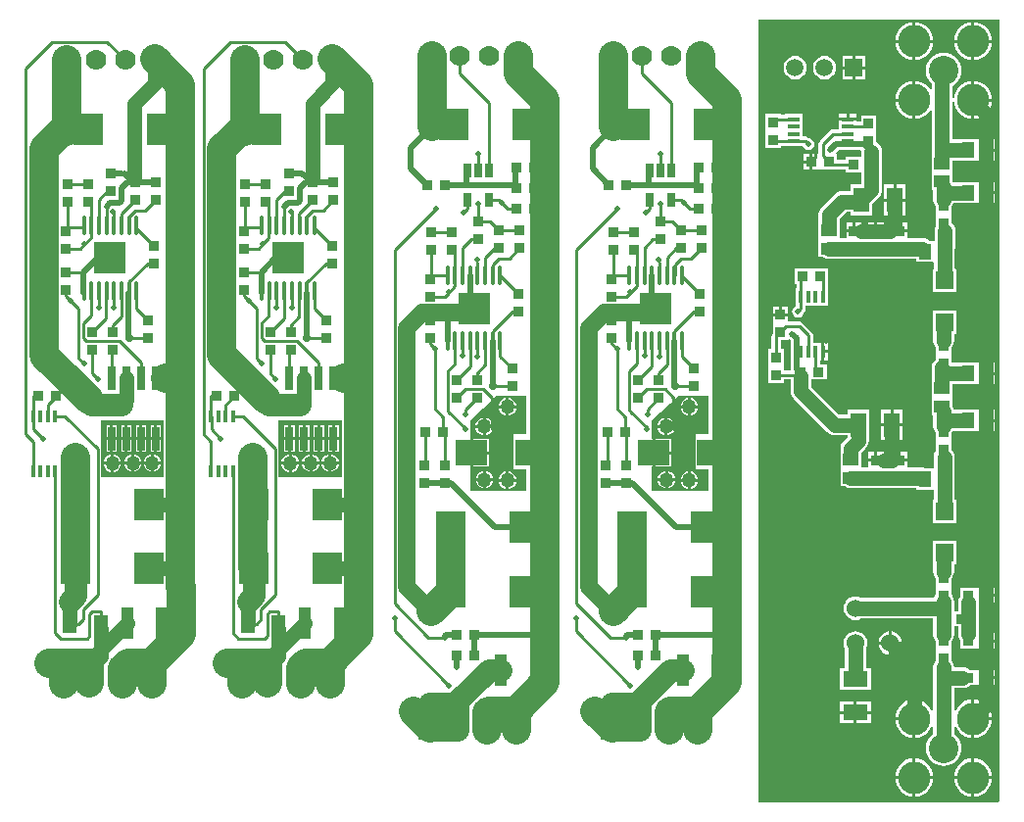
<source format=gtl>
%FSLAX24Y24*%
%MOIN*%
G70*
G01*
G75*
G04 Layer_Physical_Order=1*
G04 Layer_Color=255*
%ADD10R,0.0140X0.0400*%
%ADD11R,0.0450X0.0600*%
%ADD12R,0.0320X0.0360*%
%ADD13R,0.0394X0.1063*%
%ADD14R,0.0394X0.1063*%
%ADD15R,0.1004X0.1063*%
%ADD16R,0.0360X0.0320*%
%ADD17R,0.0260X0.0800*%
%ADD18O,0.0138X0.0669*%
%ADD19R,0.1063X0.1102*%
%ADD20C,0.1000*%
%ADD21C,0.0500*%
%ADD22C,0.0200*%
%ADD23C,0.0100*%
%ADD24C,0.0750*%
%ADD25R,0.0260X0.0500*%
%ADD26R,0.1063X0.0866*%
%ADD27C,0.0600*%
%ADD28R,0.0394X0.0394*%
%ADD29R,0.1028X0.0339*%
%ADD30R,0.0650X0.0701*%
%ADD31R,0.1402X0.1799*%
%ADD32R,0.0598X0.0598*%
%ADD33R,0.0385X0.0520*%
%ADD34R,0.0520X0.0385*%
%ADD35R,0.0846X0.0532*%
%ADD36R,0.0532X0.0846*%
%ADD37R,0.0400X0.0140*%
%ADD38R,0.0700X0.0700*%
%ADD39C,0.0700*%
%ADD40C,0.0200*%
%ADD41C,0.0280*%
%ADD42C,0.0500*%
%ADD43C,0.0260*%
%ADD44C,0.1000*%
%ADD45C,0.1100*%
%ADD46C,0.0600*%
%ADD47C,0.0591*%
%ADD48R,0.0591X0.0591*%
%ADD49C,0.0252*%
%ADD50C,0.1024*%
G36*
X20072Y24080D02*
Y25020D01*
X20070Y25030D01*
Y26010D01*
X22230D01*
Y24080D01*
X20072D01*
D02*
G37*
%LPC*%
G36*
X20900Y24920D02*
Y25320D01*
X20770D01*
Y24920D01*
X20900D01*
D02*
G37*
G36*
Y25420D02*
Y25820D01*
X20770D01*
Y25420D01*
X20900D01*
D02*
G37*
G36*
X20766Y24490D02*
X20520D01*
Y24244D01*
X20548Y24248D01*
X20621Y24278D01*
X20684Y24326D01*
X20732Y24389D01*
X20762Y24462D01*
X20766Y24490D01*
D02*
G37*
G36*
X21130Y25420D02*
Y25820D01*
X21000D01*
Y25420D01*
X21130D01*
D02*
G37*
G36*
X21120Y24254D02*
Y24500D01*
X20874D01*
X20878Y24472D01*
X20908Y24399D01*
X20956Y24336D01*
X21019Y24288D01*
X21092Y24258D01*
X21120Y24254D01*
D02*
G37*
G36*
Y24600D02*
Y24846D01*
X21092Y24842D01*
X21019Y24812D01*
X20956Y24764D01*
X20908Y24701D01*
X20878Y24628D01*
X20874Y24600D01*
X21120D01*
D02*
G37*
G36*
X20766Y24590D02*
X20762Y24618D01*
X20732Y24691D01*
X20684Y24754D01*
X20621Y24802D01*
X20548Y24832D01*
X20520Y24836D01*
Y24590D01*
X20766D01*
D02*
G37*
G36*
X20400Y25420D02*
Y25820D01*
X20270D01*
Y25420D01*
X20400D01*
D02*
G37*
G36*
X20420Y24244D02*
Y24490D01*
X20174D01*
X20178Y24462D01*
X20208Y24389D01*
X20256Y24326D01*
X20319Y24278D01*
X20392Y24248D01*
X20420Y24244D01*
D02*
G37*
G36*
Y24590D02*
Y24836D01*
X20392Y24832D01*
X20319Y24802D01*
X20256Y24754D01*
X20208Y24691D01*
X20178Y24618D01*
X20174Y24590D01*
X20420D01*
D02*
G37*
G36*
X20630Y24920D02*
Y25320D01*
X20500D01*
Y24920D01*
X20630D01*
D02*
G37*
G36*
Y25420D02*
Y25820D01*
X20500D01*
Y25420D01*
X20630D01*
D02*
G37*
G36*
X20400Y24920D02*
Y25320D01*
X20270D01*
Y24920D01*
X20400D01*
D02*
G37*
G36*
X21130D02*
Y25320D01*
X21000D01*
Y24920D01*
X21130D01*
D02*
G37*
G36*
X21900D02*
Y25320D01*
X21770D01*
Y24920D01*
X21900D01*
D02*
G37*
G36*
Y25420D02*
Y25820D01*
X21770D01*
Y25420D01*
X21900D01*
D02*
G37*
G36*
X21780Y24254D02*
Y24500D01*
X21534D01*
X21538Y24472D01*
X21568Y24399D01*
X21616Y24336D01*
X21679Y24288D01*
X21752Y24258D01*
X21780Y24254D01*
D02*
G37*
G36*
X22126Y24600D02*
X22122Y24628D01*
X22092Y24701D01*
X22044Y24764D01*
X21981Y24812D01*
X21908Y24842D01*
X21880Y24846D01*
Y24600D01*
X22126D01*
D02*
G37*
G36*
X22130Y24920D02*
Y25320D01*
X22000D01*
Y24920D01*
X22130D01*
D02*
G37*
G36*
Y25420D02*
Y25820D01*
X22000D01*
Y25420D01*
X22130D01*
D02*
G37*
G36*
X22126Y24500D02*
X21880D01*
Y24254D01*
X21908Y24258D01*
X21981Y24288D01*
X22044Y24336D01*
X22092Y24399D01*
X22122Y24472D01*
X22126Y24500D01*
D02*
G37*
G36*
X21400Y25420D02*
Y25820D01*
X21270D01*
Y25420D01*
X21400D01*
D02*
G37*
G36*
X21466Y24500D02*
X21220D01*
Y24254D01*
X21248Y24258D01*
X21321Y24288D01*
X21384Y24336D01*
X21432Y24399D01*
X21462Y24472D01*
X21466Y24500D01*
D02*
G37*
G36*
Y24600D02*
X21462Y24628D01*
X21432Y24701D01*
X21384Y24764D01*
X21321Y24812D01*
X21248Y24842D01*
X21220Y24846D01*
Y24600D01*
X21466D01*
D02*
G37*
G36*
X21400Y24920D02*
Y25320D01*
X21270D01*
Y24920D01*
X21400D01*
D02*
G37*
G36*
X21780Y24600D02*
Y24846D01*
X21752Y24842D01*
X21679Y24812D01*
X21616Y24764D01*
X21568Y24701D01*
X21538Y24628D01*
X21534Y24600D01*
X21780D01*
D02*
G37*
G36*
X21630Y24920D02*
Y25320D01*
X21500D01*
Y24920D01*
X21630D01*
D02*
G37*
G36*
Y25420D02*
Y25820D01*
X21500D01*
Y25420D01*
X21630D01*
D02*
G37*
%LPD*%
G36*
X26587Y23590D02*
X26584Y23601D01*
X26584D01*
X26584Y23601D01*
Y24417D01*
X26600D01*
Y25383D01*
X26584D01*
Y26014D01*
X27500Y26850D01*
X28510D01*
Y25540D01*
X28070D01*
Y24330D01*
X28510D01*
Y23590D01*
X26587D01*
D02*
G37*
%LPC*%
G36*
X27366Y25840D02*
X27362Y25868D01*
X27332Y25941D01*
X27284Y26004D01*
X27221Y26052D01*
X27148Y26082D01*
X27120Y26086D01*
Y25840D01*
X27366D01*
D02*
G37*
G36*
X27030Y23684D02*
Y23930D01*
X26784D01*
X26788Y23902D01*
X26818Y23829D01*
X26866Y23766D01*
X26929Y23718D01*
X27002Y23688D01*
X27030Y23684D01*
D02*
G37*
G36*
X27376Y24030D02*
X27372Y24058D01*
X27342Y24131D01*
X27294Y24194D01*
X27231Y24242D01*
X27158Y24272D01*
X27130Y24276D01*
Y24030D01*
X27376D01*
D02*
G37*
G36*
X27366Y25740D02*
X27120D01*
Y25494D01*
X27148Y25498D01*
X27221Y25528D01*
X27284Y25576D01*
X27332Y25639D01*
X27362Y25712D01*
X27366Y25740D01*
D02*
G37*
G36*
X27030Y24030D02*
Y24276D01*
X27002Y24272D01*
X26929Y24242D01*
X26866Y24194D01*
X26818Y24131D01*
X26788Y24058D01*
X26784Y24030D01*
X27030D01*
D02*
G37*
G36*
X27232Y24417D02*
Y24850D01*
X26700D01*
Y24417D01*
X27232D01*
D02*
G37*
G36*
Y24950D02*
Y25383D01*
X26700D01*
Y24950D01*
X27232D01*
D02*
G37*
G36*
X27020Y25494D02*
Y25740D01*
X26774D01*
X26778Y25712D01*
X26808Y25639D01*
X26856Y25576D01*
X26919Y25528D01*
X26992Y25498D01*
X27020Y25494D01*
D02*
G37*
G36*
Y25840D02*
Y26086D01*
X26992Y26082D01*
X26919Y26052D01*
X26856Y26004D01*
X26808Y25941D01*
X26778Y25868D01*
X26774Y25840D01*
X27020D01*
D02*
G37*
G36*
X28156Y26410D02*
X27910D01*
Y26164D01*
X27938Y26168D01*
X28011Y26198D01*
X28074Y26246D01*
X28122Y26309D01*
X28152Y26382D01*
X28156Y26410D01*
D02*
G37*
G36*
Y26510D02*
X28152Y26538D01*
X28122Y26611D01*
X28074Y26674D01*
X28011Y26722D01*
X27938Y26752D01*
X27910Y26756D01*
Y26510D01*
X28156D01*
D02*
G37*
G36*
Y23910D02*
X27910D01*
Y23664D01*
X27938Y23668D01*
X28011Y23698D01*
X28074Y23746D01*
X28122Y23809D01*
X28152Y23882D01*
X28156Y23910D01*
D02*
G37*
G36*
Y24010D02*
X28152Y24038D01*
X28122Y24111D01*
X28074Y24174D01*
X28011Y24222D01*
X27938Y24252D01*
X27910Y24256D01*
Y24010D01*
X28156D01*
D02*
G37*
G36*
X27810Y23664D02*
Y23910D01*
X27564D01*
X27568Y23882D01*
X27598Y23809D01*
X27646Y23746D01*
X27709Y23698D01*
X27782Y23668D01*
X27810Y23664D01*
D02*
G37*
G36*
Y26510D02*
Y26756D01*
X27782Y26752D01*
X27709Y26722D01*
X27646Y26674D01*
X27598Y26611D01*
X27568Y26538D01*
X27564Y26510D01*
X27810D01*
D02*
G37*
G36*
X27376Y23930D02*
X27130D01*
Y23684D01*
X27158Y23688D01*
X27231Y23718D01*
X27294Y23766D01*
X27342Y23829D01*
X27372Y23902D01*
X27376Y23930D01*
D02*
G37*
G36*
X27810Y24010D02*
Y24256D01*
X27782Y24252D01*
X27709Y24222D01*
X27646Y24174D01*
X27598Y24111D01*
X27568Y24038D01*
X27564Y24010D01*
X27810D01*
D02*
G37*
G36*
Y26164D02*
Y26410D01*
X27564D01*
X27568Y26382D01*
X27598Y26309D01*
X27646Y26246D01*
X27709Y26198D01*
X27782Y26168D01*
X27810Y26164D01*
D02*
G37*
%LPD*%
G36*
X44600Y39650D02*
Y13050D01*
X44550Y13000D01*
X36400D01*
Y39650D01*
X44600D01*
D02*
G37*
%LPC*%
G36*
X41750Y13800D02*
Y13202D01*
X41827Y13209D01*
X41950Y13247D01*
X42063Y13307D01*
X42162Y13388D01*
X42243Y13487D01*
X42303Y13600D01*
X42341Y13723D01*
X42348Y13800D01*
X41750D01*
D02*
G37*
G36*
X39297Y19604D02*
X39310Y19500D01*
X39351Y19403D01*
X39415Y19319D01*
X39498Y19255D01*
X39596Y19215D01*
X39700Y19201D01*
X39804Y19215D01*
X39893Y19251D01*
X42347D01*
Y18700D01*
X42359Y18609D01*
X42394Y18523D01*
X42440Y18464D01*
Y18220D01*
D01*
D01*
X42440Y18220D01*
Y18180D01*
X42440D01*
Y17836D01*
X42394Y17777D01*
X42359Y17691D01*
X42347Y17600D01*
Y16121D01*
X42298Y16109D01*
X42243Y16213D01*
X42162Y16312D01*
X42063Y16393D01*
X41950Y16453D01*
X41827Y16491D01*
X41750Y16498D01*
Y15202D01*
X41827Y15209D01*
X41950Y15247D01*
X42063Y15307D01*
X42162Y15388D01*
X42243Y15487D01*
X42298Y15591D01*
X42347Y15579D01*
Y15336D01*
X42274Y15276D01*
X42199Y15185D01*
X42143Y15081D01*
X42109Y14968D01*
X42097Y14850D01*
X42109Y14732D01*
X42143Y14619D01*
X42199Y14515D01*
X42274Y14424D01*
X42365Y14349D01*
X42469Y14293D01*
X42582Y14259D01*
X42700Y14247D01*
X42818Y14259D01*
X42931Y14293D01*
X43035Y14349D01*
X43126Y14424D01*
X43201Y14515D01*
X43257Y14619D01*
X43291Y14732D01*
X43303Y14850D01*
X43291Y14968D01*
X43257Y15081D01*
X43201Y15185D01*
X43126Y15276D01*
X43053Y15336D01*
Y15579D01*
X43102Y15591D01*
X43157Y15487D01*
X43238Y15388D01*
X43337Y15307D01*
X43450Y15247D01*
X43573Y15209D01*
X43650Y15202D01*
Y16498D01*
X43573Y16491D01*
X43450Y16453D01*
X43337Y16393D01*
X43238Y16312D01*
X43157Y16213D01*
X43097Y16100D01*
X43060Y15981D01*
X43060D01*
Y15981D01*
X43059Y15977D01*
X43059D01*
X43053Y15978D01*
Y16897D01*
X43350D01*
X43441Y16909D01*
X43527Y16944D01*
X43586Y16990D01*
X43830D01*
X43830Y16990D01*
X43870Y16990D01*
Y16990D01*
X44100D01*
Y17510D01*
X43870D01*
D01*
X43870D01*
X43870Y17510D01*
X43830D01*
Y17510D01*
X43586D01*
X43527Y17556D01*
X43441Y17591D01*
X43350Y17603D01*
X43053D01*
X43041Y17691D01*
X43006Y17777D01*
X42960Y17836D01*
Y18180D01*
X42960D01*
Y18180D01*
X42960Y18180D01*
Y18220D01*
X42960D01*
Y18464D01*
X43006Y18523D01*
X43041Y18609D01*
X43053Y18700D01*
Y18990D01*
X43197D01*
Y18750D01*
X43209Y18659D01*
X43244Y18573D01*
X43270Y18540D01*
Y18240D01*
X43830D01*
X43830Y18240D01*
X43870Y18240D01*
Y18240D01*
X44100D01*
Y18760D01*
X43903D01*
Y19790D01*
X44100D01*
Y20310D01*
X43870D01*
D01*
X43870D01*
X43870Y20310D01*
X43830D01*
Y20310D01*
X43270D01*
Y20010D01*
X43244Y19977D01*
X43209Y19891D01*
X43197Y19800D01*
Y19510D01*
X43053D01*
Y19850D01*
X43041Y19941D01*
X43006Y20027D01*
X42960Y20086D01*
Y20330D01*
X42960D01*
Y20330D01*
X42960Y20330D01*
Y20370D01*
X42960D01*
Y20614D01*
X43006Y20673D01*
X43041Y20759D01*
X43053Y20850D01*
Y21100D01*
X43120D01*
Y21898D01*
X42322D01*
Y21100D01*
X42347D01*
Y20850D01*
X42359Y20759D01*
X42394Y20673D01*
X42440Y20614D01*
Y20370D01*
D01*
D01*
X42440Y20370D01*
Y20330D01*
X42440D01*
Y20086D01*
X42394Y20027D01*
X42366Y19957D01*
X39893D01*
X39804Y19994D01*
X39700Y20008D01*
X39596Y19994D01*
X39498Y19954D01*
X39415Y19890D01*
X39351Y19806D01*
X39310Y19709D01*
X39297Y19604D01*
D02*
G37*
G36*
X41750Y14498D02*
Y13900D01*
X42348D01*
X42341Y13977D01*
X42303Y14100D01*
X42243Y14213D01*
X42162Y14312D01*
X42063Y14393D01*
X41950Y14453D01*
X41827Y14491D01*
X41750Y14498D01*
D02*
G37*
G36*
Y39548D02*
Y38950D01*
X42348D01*
X42341Y39027D01*
X42303Y39150D01*
X42243Y39263D01*
X42162Y39362D01*
X42063Y39443D01*
X41950Y39503D01*
X41827Y39541D01*
X41750Y39548D01*
D02*
G37*
G36*
Y38850D02*
Y38252D01*
X41827Y38259D01*
X41950Y38297D01*
X42063Y38357D01*
X42162Y38438D01*
X42243Y38537D01*
X42303Y38650D01*
X42341Y38773D01*
X42348Y38850D01*
X41750D01*
D02*
G37*
G36*
X43052Y13800D02*
X43059Y13723D01*
X43097Y13600D01*
X43157Y13487D01*
X43238Y13388D01*
X43337Y13307D01*
X43450Y13247D01*
X43573Y13209D01*
X43650Y13202D01*
Y13800D01*
X43052D01*
D02*
G37*
G36*
X43750Y39548D02*
Y38950D01*
X44348D01*
X44341Y39027D01*
X44303Y39150D01*
X44243Y39263D01*
X44162Y39362D01*
X44063Y39443D01*
X43950Y39503D01*
X43827Y39541D01*
X43750Y39548D01*
D02*
G37*
G36*
X43052Y13900D02*
X43650D01*
Y14498D01*
X43573Y14491D01*
X43450Y14453D01*
X43337Y14393D01*
X43238Y14312D01*
X43157Y14213D01*
X43097Y14100D01*
X43059Y13977D01*
X43052Y13900D01*
D02*
G37*
G36*
Y38950D02*
X43650D01*
Y39548D01*
X43573Y39541D01*
X43450Y39503D01*
X43337Y39443D01*
X43238Y39362D01*
X43157Y39263D01*
X43097Y39150D01*
X43059Y39027D01*
X43052Y38950D01*
D02*
G37*
G36*
Y38850D02*
X43059Y38773D01*
X43097Y38650D01*
X43157Y38537D01*
X43238Y38438D01*
X43337Y38357D01*
X43450Y38297D01*
X43573Y38259D01*
X43650Y38252D01*
Y38850D01*
X43052D01*
D02*
G37*
G36*
X41052Y13800D02*
X41059Y13723D01*
X41097Y13600D01*
X41157Y13487D01*
X41238Y13388D01*
X41337Y13307D01*
X41450Y13247D01*
X41573Y13209D01*
X41650Y13202D01*
Y13800D01*
X41052D01*
D02*
G37*
G36*
Y38950D02*
X41650D01*
Y39548D01*
X41573Y39541D01*
X41450Y39503D01*
X41337Y39443D01*
X41238Y39362D01*
X41157Y39263D01*
X41097Y39150D01*
X41059Y39027D01*
X41052Y38950D01*
D02*
G37*
G36*
Y38850D02*
X41059Y38773D01*
X41097Y38650D01*
X41157Y38537D01*
X41238Y38438D01*
X41337Y38357D01*
X41450Y38297D01*
X41573Y38259D01*
X41650Y38252D01*
Y38850D01*
X41052D01*
D02*
G37*
G36*
X41250Y24930D02*
Y24700D01*
X41460D01*
Y24930D01*
X41250D01*
D02*
G37*
G36*
X41092Y33450D02*
Y32977D01*
X41407D01*
Y33450D01*
X41092D01*
D02*
G37*
G36*
X41250Y32730D02*
Y32500D01*
X41460D01*
Y32730D01*
X41250D01*
D02*
G37*
G36*
X41052Y15800D02*
X41059Y15723D01*
X41097Y15600D01*
X41157Y15487D01*
X41238Y15388D01*
X41337Y15307D01*
X41450Y15247D01*
X41573Y15209D01*
X41650Y15202D01*
Y15800D01*
X41052D01*
D02*
G37*
G36*
Y13900D02*
X41650D01*
Y14498D01*
X41573Y14491D01*
X41450Y14453D01*
X41337Y14393D01*
X41238Y14312D01*
X41157Y14213D01*
X41097Y14100D01*
X41059Y13977D01*
X41052Y13900D01*
D02*
G37*
G36*
Y15900D02*
X41650D01*
Y16498D01*
X41573Y16491D01*
X41450Y16453D01*
X41337Y16393D01*
X41238Y16312D01*
X41157Y16213D01*
X41097Y16100D01*
X41059Y15977D01*
X41052Y15900D01*
D02*
G37*
G36*
Y36950D02*
X41650D01*
Y37548D01*
X41573Y37541D01*
X41450Y37503D01*
X41337Y37443D01*
X41238Y37362D01*
X41157Y37263D01*
X41097Y37150D01*
X41059Y37027D01*
X41052Y36950D01*
D02*
G37*
G36*
Y36850D02*
X41059Y36773D01*
X41097Y36650D01*
X41157Y36537D01*
X41238Y36438D01*
X41337Y36357D01*
X41450Y36297D01*
X41573Y36259D01*
X41650Y36252D01*
Y36850D01*
X41052D01*
D02*
G37*
G36*
X44200Y35150D02*
Y34840D01*
X44443D01*
Y35150D01*
X44200D01*
D02*
G37*
G36*
Y34110D02*
Y33800D01*
X44443D01*
Y34110D01*
X44200D01*
D02*
G37*
G36*
Y35560D02*
Y35250D01*
X44443D01*
Y35560D01*
X44200D01*
D02*
G37*
G36*
Y17510D02*
Y17300D01*
X44430D01*
Y17510D01*
X44200D01*
D02*
G37*
G36*
Y17200D02*
Y16990D01*
X44430D01*
Y17200D01*
X44200D01*
D02*
G37*
G36*
Y26360D02*
Y26050D01*
X44443D01*
Y26360D01*
X44200D01*
D02*
G37*
G36*
Y25950D02*
Y25640D01*
X44443D01*
Y25950D01*
X44200D01*
D02*
G37*
G36*
Y27550D02*
Y27240D01*
X44443D01*
Y27550D01*
X44200D01*
D02*
G37*
G36*
Y33700D02*
Y33390D01*
X44443D01*
Y33700D01*
X44200D01*
D02*
G37*
G36*
Y27960D02*
Y27650D01*
X44443D01*
Y27960D01*
X44200D01*
D02*
G37*
G36*
Y18450D02*
Y18240D01*
X44430D01*
Y18450D01*
X44200D01*
D02*
G37*
G36*
X43750Y16498D02*
Y15900D01*
X44348D01*
X44341Y15977D01*
X44303Y16100D01*
X44243Y16213D01*
X44162Y16312D01*
X44063Y16393D01*
X43950Y16453D01*
X43827Y16491D01*
X43750Y16498D01*
D02*
G37*
G36*
Y15800D02*
Y15202D01*
X43827Y15209D01*
X43950Y15247D01*
X44063Y15307D01*
X44162Y15388D01*
X44243Y15487D01*
X44303Y15600D01*
X44341Y15723D01*
X44348Y15800D01*
X43750D01*
D02*
G37*
G36*
Y36850D02*
Y36252D01*
X43827Y36259D01*
X43950Y36297D01*
X44063Y36357D01*
X44162Y36438D01*
X44243Y36537D01*
X44303Y36650D01*
X44341Y36773D01*
X44348Y36850D01*
X43750D01*
D02*
G37*
G36*
Y38850D02*
Y38252D01*
X43827Y38259D01*
X43950Y38297D01*
X44063Y38357D01*
X44162Y38438D01*
X44243Y38537D01*
X44303Y38650D01*
X44341Y38773D01*
X44348Y38850D01*
X43750D01*
D02*
G37*
G36*
Y37548D02*
Y36950D01*
X44348D01*
X44341Y37027D01*
X44303Y37150D01*
X44243Y37263D01*
X44162Y37362D01*
X44063Y37443D01*
X43950Y37503D01*
X43827Y37541D01*
X43750Y37548D01*
D02*
G37*
G36*
X44200Y20000D02*
Y19790D01*
X44430D01*
Y20000D01*
X44200D01*
D02*
G37*
G36*
Y18760D02*
Y18550D01*
X44430D01*
Y18760D01*
X44200D01*
D02*
G37*
G36*
Y20310D02*
Y20100D01*
X44430D01*
Y20310D01*
X44200D01*
D02*
G37*
G36*
X43750Y14498D02*
Y13900D01*
X44348D01*
X44341Y13977D01*
X44303Y14100D01*
X44243Y14213D01*
X44162Y14312D01*
X44063Y14393D01*
X43950Y14453D01*
X43827Y14491D01*
X43750Y14498D01*
D02*
G37*
G36*
Y13800D02*
Y13202D01*
X43827Y13209D01*
X43950Y13247D01*
X44063Y13307D01*
X44162Y13388D01*
X44243Y13487D01*
X44303Y13600D01*
X44341Y13723D01*
X44348Y13800D01*
X43750D01*
D02*
G37*
G36*
X41092Y34023D02*
Y33550D01*
X41407D01*
Y34023D01*
X41092D01*
D02*
G37*
G36*
X39255Y38395D02*
Y38050D01*
X39600D01*
Y38395D01*
X39255D01*
D02*
G37*
G36*
Y37950D02*
Y37605D01*
X39600D01*
Y37950D01*
X39255D01*
D02*
G37*
G36*
X39150Y36420D02*
Y36300D01*
X39400D01*
Y36420D01*
X39150D01*
D02*
G37*
G36*
X38650Y28300D02*
Y28050D01*
X38770D01*
Y28300D01*
X38650D01*
D02*
G37*
G36*
X38251Y38000D02*
X38265Y37897D01*
X38305Y37801D01*
X38368Y37718D01*
X38451Y37655D01*
X38547Y37615D01*
X38650Y37601D01*
X38753Y37615D01*
X38849Y37655D01*
X38932Y37718D01*
X38995Y37801D01*
X39035Y37897D01*
X39049Y38000D01*
X39035Y38103D01*
X38995Y38199D01*
X38932Y38282D01*
X38849Y38345D01*
X38753Y38385D01*
X38650Y38399D01*
X38547Y38385D01*
X38451Y38345D01*
X38368Y38282D01*
X38305Y38199D01*
X38265Y38103D01*
X38251Y38000D01*
D02*
G37*
G36*
X39500Y36420D02*
Y36300D01*
X39750D01*
Y36420D01*
X39500D01*
D02*
G37*
G36*
X39700Y32730D02*
Y32500D01*
X39910D01*
Y32730D01*
X39700D01*
D02*
G37*
G36*
X39177Y16008D02*
Y15693D01*
X39650D01*
Y16008D01*
X39177D01*
D02*
G37*
G36*
X39390Y32730D02*
Y32500D01*
X39600D01*
Y32730D01*
X39390D01*
D02*
G37*
G36*
X39177Y16424D02*
Y16108D01*
X39650D01*
Y16424D01*
X39177D01*
D02*
G37*
G36*
X37251Y38000D02*
X37265Y37897D01*
X37305Y37801D01*
X37368Y37718D01*
X37451Y37655D01*
X37547Y37615D01*
X37650Y37601D01*
X37753Y37615D01*
X37849Y37655D01*
X37932Y37718D01*
X37995Y37801D01*
X38035Y37897D01*
X38049Y38000D01*
X38035Y38103D01*
X37995Y38199D01*
X37932Y38282D01*
X37849Y38345D01*
X37753Y38385D01*
X37650Y38399D01*
X37547Y38385D01*
X37451Y38345D01*
X37368Y38282D01*
X37305Y38199D01*
X37265Y38103D01*
X37251Y38000D01*
D02*
G37*
G36*
X37920Y35060D02*
Y34850D01*
X38150D01*
Y35060D01*
X37920D01*
D02*
G37*
G36*
X36740Y27870D02*
X36740Y27839D01*
Y27830D01*
X36740D01*
Y27830D01*
Y27830D01*
Y27270D01*
X37260D01*
Y27397D01*
X37497D01*
Y27000D01*
X37497Y27000D01*
X37509Y26909D01*
X37544Y26823D01*
X37600Y26750D01*
X38750Y25600D01*
X38823Y25544D01*
X38909Y25509D01*
X39000Y25497D01*
X39434D01*
Y25433D01*
X39300Y25300D01*
X39244Y25227D01*
X39209Y25141D01*
X39197Y25050D01*
Y24968D01*
X39190D01*
Y24383D01*
D01*
D01*
X39190Y24383D01*
Y24343D01*
X39190D01*
Y23758D01*
X39356D01*
X39373Y23744D01*
X39459Y23709D01*
X39550Y23697D01*
X40400D01*
X41200D01*
X41782D01*
Y23640D01*
X42332D01*
X42332Y23640D01*
Y23640D01*
X42368Y23640D01*
X42368Y23640D01*
Y23300D01*
X42322D01*
Y22502D01*
X43120D01*
Y23300D01*
X43074D01*
Y24750D01*
X43062Y24841D01*
X43027Y24927D01*
X42970Y25000D01*
X42960Y25008D01*
Y25280D01*
X42960D01*
Y25280D01*
X42960Y25280D01*
Y25320D01*
X42960D01*
Y25564D01*
X43006Y25623D01*
X43015Y25647D01*
X43232D01*
Y25640D01*
X43818D01*
X43818Y25640D01*
X43857Y25640D01*
Y25640D01*
X44100D01*
Y26360D01*
X43857D01*
D01*
X43857D01*
X43857Y26360D01*
X43818D01*
Y26360D01*
X43232D01*
Y26353D01*
X43046D01*
X43041Y26391D01*
X43010Y26466D01*
Y26767D01*
X43010D01*
Y26767D01*
X43010Y26767D01*
Y26807D01*
X43010D01*
Y27247D01*
X43232D01*
Y27240D01*
X43818D01*
X43818Y27240D01*
X43857Y27240D01*
Y27240D01*
X44100D01*
Y27960D01*
X43857D01*
D01*
X43857D01*
X43857Y27960D01*
X43818D01*
Y27960D01*
X43232D01*
Y27953D01*
X42965D01*
X42960Y27966D01*
Y28230D01*
X42960D01*
Y28230D01*
X42960Y28230D01*
Y28270D01*
X42960D01*
Y28464D01*
X43006Y28523D01*
X43041Y28609D01*
X43053Y28700D01*
Y28950D01*
X43120D01*
Y29748D01*
X42322D01*
Y28950D01*
X42347D01*
Y28700D01*
X42359Y28609D01*
X42394Y28523D01*
X42440Y28464D01*
Y28270D01*
D01*
D01*
X42440Y28270D01*
Y28230D01*
X42440D01*
Y28080D01*
X42400Y28050D01*
X42344Y27977D01*
X42309Y27891D01*
X42297Y27800D01*
Y27392D01*
X42290D01*
Y26807D01*
D01*
D01*
X42290Y26807D01*
Y26767D01*
X42290D01*
Y26182D01*
X42347D01*
Y25800D01*
X42359Y25709D01*
X42394Y25623D01*
X42440Y25564D01*
Y25320D01*
D01*
D01*
X42440Y25320D01*
Y25280D01*
X42440D01*
Y24959D01*
X42415Y24927D01*
X42380Y24841D01*
X42368Y24750D01*
Y24360D01*
X42368Y24360D01*
X42332Y24360D01*
X42332Y24360D01*
Y24360D01*
X42066D01*
X41991Y24391D01*
X41900Y24403D01*
X41460D01*
Y24600D01*
X41200D01*
X40940D01*
Y24403D01*
X40660D01*
Y24600D01*
X40400D01*
X40140D01*
Y24403D01*
X39910D01*
Y24911D01*
X40050Y25050D01*
X40050Y25050D01*
Y25050D01*
X40050Y25050D01*
Y25050D01*
X40050Y25050D01*
X40050D01*
X40050D01*
D01*
D01*
Y25050D01*
X40050D01*
X40106Y25123D01*
X40141Y25209D01*
X40153Y25300D01*
Y25327D01*
X40166D01*
Y26373D01*
X39434D01*
Y26203D01*
X39146D01*
X38203Y27146D01*
Y27390D01*
X38730D01*
Y27910D01*
X38503D01*
Y28050D01*
X38520D01*
X38550D01*
Y28650D01*
X38520D01*
X38270D01*
X38253D01*
Y28900D01*
X38241Y28959D01*
X38208Y29008D01*
X37908Y29308D01*
X37859Y29341D01*
X37800Y29353D01*
X37410D01*
Y29550D01*
X37150D01*
X36890D01*
Y29320D01*
D01*
D01*
X36890Y29320D01*
Y29280D01*
X36890D01*
Y28955D01*
X36859Y28909D01*
X36847Y28850D01*
Y28430D01*
X36740D01*
Y27870D01*
X36740D01*
D02*
G37*
G36*
X36890Y29880D02*
Y29650D01*
X37100D01*
Y29880D01*
X36890D01*
D02*
G37*
G36*
X37200D02*
Y29650D01*
X37410D01*
Y29880D01*
X37200D01*
D02*
G37*
G36*
X38250Y35060D02*
Y34540D01*
X38480D01*
X38480Y34540D01*
X38520Y34540D01*
Y34540D01*
X39080D01*
Y34547D01*
X39370D01*
Y34440D01*
X39897D01*
Y34023D01*
X39534D01*
Y33803D01*
X39250D01*
X39159Y33791D01*
X39073Y33756D01*
X39000Y33700D01*
X38550Y33250D01*
X38494Y33177D01*
X38459Y33091D01*
X38447Y33000D01*
Y32768D01*
X38440D01*
Y32183D01*
D01*
D01*
X38440Y32183D01*
Y32143D01*
X38440D01*
Y31558D01*
X38606D01*
X38623Y31544D01*
X38709Y31509D01*
X38800Y31497D01*
X39650D01*
X40400D01*
X41200D01*
X41782D01*
Y31390D01*
X42343D01*
X42378Y31354D01*
X42375Y31150D01*
X42322D01*
Y30352D01*
X43120D01*
Y31150D01*
X43116D01*
X43081Y31186D01*
X43103Y32444D01*
X43093Y32536D01*
X43059Y32621D01*
X43004Y32695D01*
X42960Y32730D01*
Y32980D01*
X42960D01*
Y32980D01*
X42960Y32980D01*
Y33020D01*
X42960D01*
Y33264D01*
X43006Y33323D01*
X43036Y33397D01*
X43232D01*
Y33390D01*
X43818D01*
X43818Y33390D01*
X43857Y33390D01*
Y33390D01*
X44100D01*
Y34110D01*
X43857D01*
D01*
X43857D01*
X43857Y34110D01*
X43818D01*
Y34110D01*
X43232D01*
Y34103D01*
X43015D01*
X43010Y34116D01*
Y34418D01*
X43010D01*
Y34418D01*
X43010Y34418D01*
Y34457D01*
X43010D01*
Y34847D01*
X43232D01*
Y34840D01*
X43818D01*
X43818Y34840D01*
X43857Y34840D01*
Y34840D01*
X44100D01*
Y35560D01*
X43857D01*
D01*
X43857D01*
X43857Y35560D01*
X43818D01*
Y35560D01*
X43232D01*
Y35553D01*
X43003D01*
Y36836D01*
X43053Y36838D01*
X43059Y36773D01*
X43097Y36650D01*
X43157Y36537D01*
X43238Y36438D01*
X43337Y36357D01*
X43450Y36297D01*
X43573Y36259D01*
X43650Y36252D01*
Y37548D01*
X43573Y37541D01*
X43450Y37503D01*
X43337Y37443D01*
X43238Y37362D01*
X43157Y37263D01*
X43097Y37150D01*
X43059Y37027D01*
X43053Y36962D01*
X43003Y36964D01*
Y37382D01*
X43035Y37399D01*
X43126Y37474D01*
X43201Y37565D01*
X43257Y37669D01*
X43291Y37782D01*
X43303Y37900D01*
X43291Y38018D01*
X43257Y38131D01*
X43201Y38235D01*
X43126Y38326D01*
X43035Y38401D01*
X42931Y38457D01*
X42818Y38491D01*
X42700Y38503D01*
X42582Y38491D01*
X42469Y38457D01*
X42365Y38401D01*
X42274Y38326D01*
X42199Y38235D01*
X42143Y38131D01*
X42109Y38018D01*
X42097Y37900D01*
X42109Y37782D01*
X42143Y37669D01*
X42199Y37565D01*
X42274Y37474D01*
X42297Y37455D01*
Y37265D01*
X42248Y37253D01*
X42243Y37263D01*
X42162Y37362D01*
X42063Y37443D01*
X41950Y37503D01*
X41827Y37541D01*
X41750Y37548D01*
Y36252D01*
X41827Y36259D01*
X41950Y36297D01*
X42063Y36357D01*
X42162Y36438D01*
X42243Y36537D01*
X42248Y36547D01*
X42297Y36535D01*
Y35043D01*
X42290D01*
Y34457D01*
D01*
D01*
X42290Y34457D01*
Y34418D01*
X42290D01*
Y33832D01*
X42347D01*
Y33500D01*
X42359Y33409D01*
X42394Y33323D01*
X42440Y33264D01*
Y33020D01*
D01*
D01*
X42440Y33020D01*
Y32980D01*
X42440D01*
Y32615D01*
X42411Y32547D01*
X42397Y32456D01*
X42391Y32110D01*
X42368D01*
X42368D01*
X42355Y32110D01*
X42355Y32110D01*
Y32110D01*
X42211D01*
X42152Y32156D01*
X42066Y32191D01*
X41975Y32203D01*
X41460D01*
Y32400D01*
X41200D01*
X40940D01*
Y32203D01*
X40660D01*
Y32400D01*
X40400D01*
X40140D01*
Y32203D01*
X39910D01*
Y32400D01*
X39650D01*
X39390D01*
Y32203D01*
X39160D01*
Y32768D01*
X39153D01*
Y32854D01*
X39396Y33097D01*
X39534D01*
Y32977D01*
X40266D01*
Y33366D01*
X40500Y33600D01*
X40556Y33673D01*
X40591Y33759D01*
X40603Y33850D01*
Y35150D01*
X40591Y35241D01*
X40556Y35327D01*
X40500Y35400D01*
X40427Y35456D01*
X40410Y35463D01*
Y35780D01*
X40410D01*
Y35780D01*
X40410Y35780D01*
Y35820D01*
X40410D01*
Y36380D01*
X39890D01*
Y36153D01*
X39750D01*
Y36200D01*
X39450D01*
X39150D01*
Y35903D01*
X38950D01*
X38891Y35891D01*
X38842Y35858D01*
X38492Y35508D01*
X38459Y35459D01*
X38447Y35400D01*
Y35060D01*
X38250D01*
D02*
G37*
G36*
X38650Y28650D02*
Y28400D01*
X38770D01*
Y28650D01*
X38650D01*
D02*
G37*
G36*
X36640Y35870D02*
X36640Y35839D01*
Y35830D01*
X36640D01*
Y35830D01*
Y35830D01*
Y35270D01*
X37160D01*
Y35347D01*
X37300D01*
Y35330D01*
X37900D01*
Y35330D01*
X37910D01*
X37912Y35322D01*
X37956Y35256D01*
X38022Y35212D01*
X38100Y35196D01*
X38178Y35212D01*
X38244Y35256D01*
X38288Y35322D01*
X38304Y35400D01*
X38288Y35478D01*
X38244Y35544D01*
X38178Y35588D01*
X38115Y35601D01*
X38108Y35608D01*
X38059Y35641D01*
X38000Y35653D01*
X37900D01*
Y36420D01*
X37300D01*
Y36403D01*
X37160D01*
Y36430D01*
X36640D01*
Y35870D01*
X36640D01*
D02*
G37*
G36*
X37920Y34750D02*
Y34540D01*
X38150D01*
Y34750D01*
X37920D01*
D02*
G37*
G36*
X37546Y29700D02*
X37562Y29622D01*
X37606Y29556D01*
X37672Y29512D01*
X37750Y29496D01*
X37828Y29512D01*
X37894Y29556D01*
X37938Y29622D01*
X37951Y29685D01*
X37958Y29692D01*
X37958Y29692D01*
X37958Y29692D01*
X37958D01*
X37958Y29692D01*
X37958D01*
X37991Y29741D01*
X38003Y29800D01*
Y29900D01*
X38020D01*
X38270D01*
X38520D01*
X38770D01*
Y30500D01*
X38753D01*
Y30640D01*
X38780D01*
Y31160D01*
X38220D01*
D01*
X38220D01*
X38220Y31160D01*
X38180D01*
Y31160D01*
X37620D01*
Y30640D01*
X37697D01*
Y30500D01*
X37680D01*
Y29900D01*
X37680D01*
Y29890D01*
X37672Y29888D01*
X37606Y29844D01*
X37562Y29778D01*
X37546Y29700D01*
D02*
G37*
G36*
X39700Y38395D02*
Y38050D01*
X40045D01*
Y38395D01*
X39700D01*
D02*
G37*
G36*
X40676Y33450D02*
Y32977D01*
X40992D01*
Y33450D01*
X40676D01*
D02*
G37*
G36*
X40940Y32730D02*
Y32500D01*
X41150D01*
Y32730D01*
X40940D01*
D02*
G37*
G36*
X40676Y34023D02*
Y33550D01*
X40992D01*
Y34023D01*
X40676D01*
D02*
G37*
G36*
X40576Y26373D02*
Y25900D01*
X40892D01*
Y26373D01*
X40576D01*
D02*
G37*
G36*
Y25800D02*
Y25327D01*
X40892D01*
Y25800D01*
X40576D01*
D02*
G37*
G36*
X40992Y26373D02*
Y25900D01*
X41307D01*
Y26373D01*
X40992D01*
D02*
G37*
G36*
Y25800D02*
Y25327D01*
X41307D01*
Y25800D01*
X40992D01*
D02*
G37*
G36*
X40931Y18373D02*
Y18026D01*
X40986Y18034D01*
X41083Y18074D01*
X41166Y18138D01*
X41231Y18221D01*
X41271Y18319D01*
X41278Y18373D01*
X40931D01*
D02*
G37*
G36*
X40940Y24930D02*
Y24700D01*
X41150D01*
Y24930D01*
X40940D01*
D02*
G37*
G36*
X40931Y18820D02*
Y18473D01*
X41278D01*
X41271Y18528D01*
X41231Y18625D01*
X41166Y18709D01*
X41083Y18773D01*
X40986Y18813D01*
X40931Y18820D01*
D02*
G37*
G36*
X40484Y18373D02*
X40491Y18319D01*
X40532Y18221D01*
X40596Y18138D01*
X40679Y18074D01*
X40777Y18034D01*
X40831Y18026D01*
Y18373D01*
X40484D01*
D02*
G37*
G36*
X39750Y16424D02*
Y16108D01*
X40223D01*
Y16424D01*
X39750D01*
D02*
G37*
G36*
Y16008D02*
Y15693D01*
X40223D01*
Y16008D01*
X39750D01*
D02*
G37*
G36*
X39700Y37950D02*
Y37605D01*
X40045D01*
Y37950D01*
X39700D01*
D02*
G37*
G36*
X39177Y17566D02*
Y16834D01*
X40223D01*
Y17566D01*
X40053D01*
Y18230D01*
X40090Y18319D01*
X40103Y18423D01*
X40090Y18528D01*
X40049Y18625D01*
X39985Y18709D01*
X39902Y18773D01*
X39804Y18813D01*
X39700Y18827D01*
X39596Y18813D01*
X39498Y18773D01*
X39415Y18709D01*
X39351Y18625D01*
X39310Y18528D01*
X39297Y18423D01*
X39310Y18319D01*
X39347Y18230D01*
Y17566D01*
X39177D01*
D02*
G37*
G36*
X40140Y32730D02*
Y32500D01*
X40350D01*
Y32730D01*
X40140D01*
D02*
G37*
G36*
X40450Y24930D02*
Y24700D01*
X40660D01*
Y24930D01*
X40450D01*
D02*
G37*
G36*
X40484Y18473D02*
X40831D01*
Y18820D01*
X40777Y18813D01*
X40679Y18773D01*
X40596Y18709D01*
X40532Y18625D01*
X40491Y18528D01*
X40484Y18473D01*
D02*
G37*
G36*
X40140Y24930D02*
Y24700D01*
X40350D01*
Y24930D01*
X40140D01*
D02*
G37*
G36*
X40450Y32730D02*
Y32500D01*
X40660D01*
Y32730D01*
X40450D01*
D02*
G37*
%LPD*%
G36*
X37410Y28720D02*
Y28736D01*
X37456Y28755D01*
X37496Y28716D01*
Y27750D01*
X37498Y27742D01*
X37466Y27703D01*
X37260D01*
Y27830D01*
X37260D01*
Y27830D01*
X37260Y27830D01*
Y27870D01*
X37260D01*
Y28430D01*
X37153D01*
Y28720D01*
X37410D01*
D02*
G37*
G36*
X39134Y35196D02*
X39865D01*
X39898Y35158D01*
X39897Y35150D01*
Y34960D01*
X39370D01*
Y34853D01*
X39080D01*
Y35060D01*
X39064D01*
X39045Y35106D01*
X39134Y35196D01*
D02*
G37*
G36*
X32777Y23590D02*
X32774Y23601D01*
X32774D01*
X32774Y23601D01*
Y24417D01*
X32790D01*
Y25383D01*
X32774D01*
Y26014D01*
X33690Y26850D01*
X34700D01*
Y25540D01*
X34260D01*
Y24330D01*
X34700D01*
Y23590D01*
X32777D01*
D02*
G37*
%LPC*%
G36*
X33556Y25840D02*
X33552Y25868D01*
X33522Y25941D01*
X33474Y26004D01*
X33411Y26052D01*
X33338Y26082D01*
X33310Y26086D01*
Y25840D01*
X33556D01*
D02*
G37*
G36*
X33220Y23684D02*
Y23930D01*
X32974D01*
X32978Y23902D01*
X33008Y23829D01*
X33056Y23766D01*
X33119Y23718D01*
X33192Y23688D01*
X33220Y23684D01*
D02*
G37*
G36*
X33566Y24030D02*
X33562Y24058D01*
X33532Y24131D01*
X33484Y24194D01*
X33421Y24242D01*
X33348Y24272D01*
X33320Y24276D01*
Y24030D01*
X33566D01*
D02*
G37*
G36*
X33556Y25740D02*
X33310D01*
Y25494D01*
X33338Y25498D01*
X33411Y25528D01*
X33474Y25576D01*
X33522Y25639D01*
X33552Y25712D01*
X33556Y25740D01*
D02*
G37*
G36*
X33220Y24030D02*
Y24276D01*
X33192Y24272D01*
X33119Y24242D01*
X33056Y24194D01*
X33008Y24131D01*
X32978Y24058D01*
X32974Y24030D01*
X33220D01*
D02*
G37*
G36*
X33421Y24417D02*
Y24850D01*
X32890D01*
Y24417D01*
X33421D01*
D02*
G37*
G36*
Y24950D02*
Y25383D01*
X32890D01*
Y24950D01*
X33421D01*
D02*
G37*
G36*
X33210Y25494D02*
Y25740D01*
X32964D01*
X32968Y25712D01*
X32998Y25639D01*
X33046Y25576D01*
X33109Y25528D01*
X33182Y25498D01*
X33210Y25494D01*
D02*
G37*
G36*
Y25840D02*
Y26086D01*
X33182Y26082D01*
X33109Y26052D01*
X33046Y26004D01*
X32998Y25941D01*
X32968Y25868D01*
X32964Y25840D01*
X33210D01*
D02*
G37*
G36*
X34346Y26410D02*
X34100D01*
Y26164D01*
X34128Y26168D01*
X34201Y26198D01*
X34264Y26246D01*
X34312Y26309D01*
X34342Y26382D01*
X34346Y26410D01*
D02*
G37*
G36*
Y26510D02*
X34342Y26538D01*
X34312Y26611D01*
X34264Y26674D01*
X34201Y26722D01*
X34128Y26752D01*
X34100Y26756D01*
Y26510D01*
X34346D01*
D02*
G37*
G36*
Y23910D02*
X34100D01*
Y23664D01*
X34128Y23668D01*
X34201Y23698D01*
X34264Y23746D01*
X34312Y23809D01*
X34342Y23882D01*
X34346Y23910D01*
D02*
G37*
G36*
Y24010D02*
X34342Y24038D01*
X34312Y24111D01*
X34264Y24174D01*
X34201Y24222D01*
X34128Y24252D01*
X34100Y24256D01*
Y24010D01*
X34346D01*
D02*
G37*
G36*
X34000Y23664D02*
Y23910D01*
X33754D01*
X33758Y23882D01*
X33788Y23809D01*
X33836Y23746D01*
X33899Y23698D01*
X33972Y23668D01*
X34000Y23664D01*
D02*
G37*
G36*
Y26510D02*
Y26756D01*
X33972Y26752D01*
X33899Y26722D01*
X33836Y26674D01*
X33788Y26611D01*
X33758Y26538D01*
X33754Y26510D01*
X34000D01*
D02*
G37*
G36*
X33566Y23930D02*
X33320D01*
Y23684D01*
X33348Y23688D01*
X33421Y23718D01*
X33484Y23766D01*
X33532Y23829D01*
X33562Y23902D01*
X33566Y23930D01*
D02*
G37*
G36*
X34000Y24010D02*
Y24256D01*
X33972Y24252D01*
X33899Y24222D01*
X33836Y24174D01*
X33788Y24111D01*
X33758Y24038D01*
X33754Y24010D01*
X34000D01*
D02*
G37*
G36*
Y26164D02*
Y26410D01*
X33754D01*
X33758Y26382D01*
X33788Y26309D01*
X33836Y26246D01*
X33899Y26198D01*
X33972Y26168D01*
X34000Y26164D01*
D02*
G37*
%LPD*%
G36*
X14022Y24080D02*
Y25020D01*
X14020Y25030D01*
Y26010D01*
X16180D01*
Y24080D01*
X14022D01*
D02*
G37*
%LPC*%
G36*
X14850Y24920D02*
Y25320D01*
X14720D01*
Y24920D01*
X14850D01*
D02*
G37*
G36*
Y25420D02*
Y25820D01*
X14720D01*
Y25420D01*
X14850D01*
D02*
G37*
G36*
X14716Y24490D02*
X14470D01*
Y24244D01*
X14498Y24248D01*
X14571Y24278D01*
X14634Y24326D01*
X14682Y24389D01*
X14712Y24462D01*
X14716Y24490D01*
D02*
G37*
G36*
X15080Y25420D02*
Y25820D01*
X14950D01*
Y25420D01*
X15080D01*
D02*
G37*
G36*
X15070Y24254D02*
Y24500D01*
X14824D01*
X14828Y24472D01*
X14858Y24399D01*
X14906Y24336D01*
X14969Y24288D01*
X15042Y24258D01*
X15070Y24254D01*
D02*
G37*
G36*
Y24600D02*
Y24846D01*
X15042Y24842D01*
X14969Y24812D01*
X14906Y24764D01*
X14858Y24701D01*
X14828Y24628D01*
X14824Y24600D01*
X15070D01*
D02*
G37*
G36*
X14716Y24590D02*
X14712Y24618D01*
X14682Y24691D01*
X14634Y24754D01*
X14571Y24802D01*
X14498Y24832D01*
X14470Y24836D01*
Y24590D01*
X14716D01*
D02*
G37*
G36*
X14350Y25420D02*
Y25820D01*
X14220D01*
Y25420D01*
X14350D01*
D02*
G37*
G36*
X14370Y24244D02*
Y24490D01*
X14124D01*
X14128Y24462D01*
X14158Y24389D01*
X14206Y24326D01*
X14269Y24278D01*
X14342Y24248D01*
X14370Y24244D01*
D02*
G37*
G36*
Y24590D02*
Y24836D01*
X14342Y24832D01*
X14269Y24802D01*
X14206Y24754D01*
X14158Y24691D01*
X14128Y24618D01*
X14124Y24590D01*
X14370D01*
D02*
G37*
G36*
X14580Y24920D02*
Y25320D01*
X14450D01*
Y24920D01*
X14580D01*
D02*
G37*
G36*
Y25420D02*
Y25820D01*
X14450D01*
Y25420D01*
X14580D01*
D02*
G37*
G36*
X14350Y24920D02*
Y25320D01*
X14220D01*
Y24920D01*
X14350D01*
D02*
G37*
G36*
X15080D02*
Y25320D01*
X14950D01*
Y24920D01*
X15080D01*
D02*
G37*
G36*
X15850D02*
Y25320D01*
X15720D01*
Y24920D01*
X15850D01*
D02*
G37*
G36*
Y25420D02*
Y25820D01*
X15720D01*
Y25420D01*
X15850D01*
D02*
G37*
G36*
X15730Y24254D02*
Y24500D01*
X15484D01*
X15488Y24472D01*
X15518Y24399D01*
X15566Y24336D01*
X15629Y24288D01*
X15702Y24258D01*
X15730Y24254D01*
D02*
G37*
G36*
X16076Y24600D02*
X16072Y24628D01*
X16042Y24701D01*
X15994Y24764D01*
X15931Y24812D01*
X15858Y24842D01*
X15830Y24846D01*
Y24600D01*
X16076D01*
D02*
G37*
G36*
X16080Y24920D02*
Y25320D01*
X15950D01*
Y24920D01*
X16080D01*
D02*
G37*
G36*
Y25420D02*
Y25820D01*
X15950D01*
Y25420D01*
X16080D01*
D02*
G37*
G36*
X16076Y24500D02*
X15830D01*
Y24254D01*
X15858Y24258D01*
X15931Y24288D01*
X15994Y24336D01*
X16042Y24399D01*
X16072Y24472D01*
X16076Y24500D01*
D02*
G37*
G36*
X15350Y25420D02*
Y25820D01*
X15220D01*
Y25420D01*
X15350D01*
D02*
G37*
G36*
X15416Y24500D02*
X15170D01*
Y24254D01*
X15198Y24258D01*
X15271Y24288D01*
X15334Y24336D01*
X15382Y24399D01*
X15412Y24472D01*
X15416Y24500D01*
D02*
G37*
G36*
Y24600D02*
X15412Y24628D01*
X15382Y24701D01*
X15334Y24764D01*
X15271Y24812D01*
X15198Y24842D01*
X15170Y24846D01*
Y24600D01*
X15416D01*
D02*
G37*
G36*
X15350Y24920D02*
Y25320D01*
X15220D01*
Y24920D01*
X15350D01*
D02*
G37*
G36*
X15730Y24600D02*
Y24846D01*
X15702Y24842D01*
X15629Y24812D01*
X15566Y24764D01*
X15518Y24701D01*
X15488Y24628D01*
X15484Y24600D01*
X15730D01*
D02*
G37*
G36*
X15580Y24920D02*
Y25320D01*
X15450D01*
Y24920D01*
X15580D01*
D02*
G37*
G36*
Y25420D02*
Y25820D01*
X15450D01*
Y25420D01*
X15580D01*
D02*
G37*
%LPD*%
D10*
X18280Y24280D02*
D03*
X18030D02*
D03*
X18530Y26130D02*
D03*
X18030D02*
D03*
X18280D02*
D03*
X17780Y24280D02*
D03*
Y26130D02*
D03*
X18530Y24280D02*
D03*
X37850Y30200D02*
D03*
X38600Y28350D02*
D03*
Y30200D02*
D03*
X38100Y28350D02*
D03*
X38350D02*
D03*
X37850D02*
D03*
X38350Y30200D02*
D03*
X38100D02*
D03*
X12230Y24280D02*
D03*
X11980D02*
D03*
X12480Y26130D02*
D03*
X11980D02*
D03*
X12230D02*
D03*
X11730Y24280D02*
D03*
Y26130D02*
D03*
X12480Y24280D02*
D03*
D11*
X19020Y19070D02*
D03*
X20070D02*
D03*
X12970D02*
D03*
X14020D02*
D03*
D12*
X18890Y31050D02*
D03*
Y30450D02*
D03*
Y32450D02*
D03*
Y31850D02*
D03*
X18940Y33450D02*
D03*
Y34050D02*
D03*
X19640D02*
D03*
Y33450D02*
D03*
X20420Y34400D02*
D03*
Y33800D02*
D03*
X19790Y29000D02*
D03*
Y28400D02*
D03*
X20490Y29000D02*
D03*
Y28400D02*
D03*
X21240Y33500D02*
D03*
Y34100D02*
D03*
X21940D02*
D03*
Y33500D02*
D03*
X21890Y31350D02*
D03*
Y31950D02*
D03*
X21690Y29400D02*
D03*
Y28800D02*
D03*
X28020Y27160D02*
D03*
Y27760D02*
D03*
X28220Y30310D02*
D03*
Y29710D02*
D03*
X28270Y31860D02*
D03*
Y32460D02*
D03*
X27570D02*
D03*
Y31860D02*
D03*
X26820Y26760D02*
D03*
Y27360D02*
D03*
X26120Y26760D02*
D03*
Y27360D02*
D03*
X25720Y23860D02*
D03*
Y24460D02*
D03*
X25020Y23860D02*
D03*
Y24460D02*
D03*
X26870Y32160D02*
D03*
Y32760D02*
D03*
X25970Y31810D02*
D03*
Y32410D02*
D03*
X25270D02*
D03*
Y31810D02*
D03*
X25220Y30210D02*
D03*
Y30810D02*
D03*
Y28810D02*
D03*
Y29410D02*
D03*
X42700Y17900D02*
D03*
Y18500D02*
D03*
Y20050D02*
D03*
Y20650D02*
D03*
Y25000D02*
D03*
Y25600D02*
D03*
Y27950D02*
D03*
Y28550D02*
D03*
Y32700D02*
D03*
Y33300D02*
D03*
X40400Y24650D02*
D03*
Y24050D02*
D03*
X41200Y32450D02*
D03*
Y31850D02*
D03*
Y24650D02*
D03*
Y24050D02*
D03*
X40400Y32450D02*
D03*
Y31850D02*
D03*
X39650Y32450D02*
D03*
Y31850D02*
D03*
X37000Y28150D02*
D03*
Y27550D02*
D03*
X37150Y29600D02*
D03*
Y29000D02*
D03*
X36900Y36150D02*
D03*
Y35550D02*
D03*
X40150Y36100D02*
D03*
Y35500D02*
D03*
X34210Y27160D02*
D03*
Y27760D02*
D03*
X34410Y30310D02*
D03*
Y29710D02*
D03*
X34460Y31860D02*
D03*
Y32460D02*
D03*
X33760D02*
D03*
Y31860D02*
D03*
X33010Y26760D02*
D03*
Y27360D02*
D03*
X32310Y26760D02*
D03*
Y27360D02*
D03*
X31910Y23860D02*
D03*
Y24460D02*
D03*
X31210Y23860D02*
D03*
Y24460D02*
D03*
X33060Y32160D02*
D03*
Y32760D02*
D03*
X32160Y31810D02*
D03*
Y32410D02*
D03*
X31460D02*
D03*
Y31810D02*
D03*
X31410Y30210D02*
D03*
Y30810D02*
D03*
Y28810D02*
D03*
Y29410D02*
D03*
X12840Y31050D02*
D03*
Y30450D02*
D03*
Y32450D02*
D03*
Y31850D02*
D03*
X12890Y33450D02*
D03*
Y34050D02*
D03*
X13590D02*
D03*
Y33450D02*
D03*
X14370Y34400D02*
D03*
Y33800D02*
D03*
X13740Y29000D02*
D03*
Y28400D02*
D03*
X14440Y29000D02*
D03*
Y28400D02*
D03*
X15190Y33500D02*
D03*
Y34100D02*
D03*
X15890D02*
D03*
Y33500D02*
D03*
X15840Y31350D02*
D03*
Y31950D02*
D03*
X15640Y29400D02*
D03*
Y28800D02*
D03*
D13*
X20980Y19100D02*
D03*
X28820Y17510D02*
D03*
X35010D02*
D03*
X14930Y19100D02*
D03*
D14*
X22161D02*
D03*
X27639Y17510D02*
D03*
X33829D02*
D03*
X16111Y19100D02*
D03*
D15*
X19230Y20980D02*
D03*
X21730D02*
D03*
X19230Y23120D02*
D03*
X21730D02*
D03*
X19660Y35900D02*
D03*
X22160D02*
D03*
X28520Y36060D02*
D03*
X26020D02*
D03*
X25920Y22360D02*
D03*
X28420D02*
D03*
X25920Y20160D02*
D03*
X28420D02*
D03*
X34710Y36060D02*
D03*
X32210D02*
D03*
X32110Y22360D02*
D03*
X34610D02*
D03*
X32110Y20160D02*
D03*
X34610D02*
D03*
X13180Y20980D02*
D03*
X15680D02*
D03*
X13180Y23120D02*
D03*
X15680D02*
D03*
X13610Y35900D02*
D03*
X16110D02*
D03*
D16*
X18560Y26840D02*
D03*
X17960D02*
D03*
X28170Y33910D02*
D03*
X28770D02*
D03*
Y33210D02*
D03*
X28170D02*
D03*
X25120Y34010D02*
D03*
X25720D02*
D03*
X28170Y34610D02*
D03*
X28770D02*
D03*
X25070Y25610D02*
D03*
X25670D02*
D03*
X26720Y18010D02*
D03*
X26120D02*
D03*
Y18710D02*
D03*
X26720D02*
D03*
X44150Y17250D02*
D03*
X43550D02*
D03*
X44150Y20050D02*
D03*
X43550D02*
D03*
X44150Y18500D02*
D03*
X43550D02*
D03*
X43300Y19250D02*
D03*
X42700D02*
D03*
X39650Y34700D02*
D03*
X40250D02*
D03*
X38500Y30900D02*
D03*
X37900D02*
D03*
X38450Y27650D02*
D03*
X37850D02*
D03*
X38200Y34800D02*
D03*
X38800D02*
D03*
X34360Y33910D02*
D03*
X34960D02*
D03*
Y33210D02*
D03*
X34360D02*
D03*
X31310Y34010D02*
D03*
X31910D02*
D03*
X34360Y34610D02*
D03*
X34960D02*
D03*
X31260Y25610D02*
D03*
X31860D02*
D03*
X32910Y18010D02*
D03*
X32310D02*
D03*
Y18710D02*
D03*
X32910D02*
D03*
X12510Y26840D02*
D03*
X11910D02*
D03*
D17*
X21950Y25370D02*
D03*
X20450Y27420D02*
D03*
X21450D02*
D03*
X21950D02*
D03*
X21450Y25370D02*
D03*
X20950D02*
D03*
X20450D02*
D03*
X20950Y27420D02*
D03*
X15900Y25370D02*
D03*
X14400Y27420D02*
D03*
X15400D02*
D03*
X15900D02*
D03*
X15400Y25370D02*
D03*
X14900D02*
D03*
X14400D02*
D03*
X14900Y27420D02*
D03*
D18*
X21296Y32642D02*
D03*
X21040D02*
D03*
X20784D02*
D03*
X20528D02*
D03*
X20272D02*
D03*
X20016D02*
D03*
X19760D02*
D03*
X19504D02*
D03*
X21296Y30398D02*
D03*
X21040D02*
D03*
X20784D02*
D03*
X20528D02*
D03*
X20272D02*
D03*
X20016D02*
D03*
X19760D02*
D03*
X19504D02*
D03*
X25824Y28688D02*
D03*
X26080D02*
D03*
X26336D02*
D03*
X26592D02*
D03*
X26848D02*
D03*
X27104D02*
D03*
X27360D02*
D03*
X27616D02*
D03*
X25824Y30932D02*
D03*
X26080D02*
D03*
X26336D02*
D03*
X26592D02*
D03*
X26848D02*
D03*
X27104D02*
D03*
X27360D02*
D03*
X27616D02*
D03*
X32014Y28688D02*
D03*
X32270D02*
D03*
X32526D02*
D03*
X32782D02*
D03*
X33038D02*
D03*
X33294D02*
D03*
X33550D02*
D03*
X33806D02*
D03*
X32014Y30932D02*
D03*
X32270D02*
D03*
X32526D02*
D03*
X32782D02*
D03*
X33038D02*
D03*
X33294D02*
D03*
X33550D02*
D03*
X33806D02*
D03*
X15246Y32642D02*
D03*
X14990D02*
D03*
X14734D02*
D03*
X14478D02*
D03*
X14222D02*
D03*
X13966D02*
D03*
X13710D02*
D03*
X13454D02*
D03*
X15246Y30398D02*
D03*
X14990D02*
D03*
X14734D02*
D03*
X14478D02*
D03*
X14222D02*
D03*
X13966D02*
D03*
X13710D02*
D03*
X13454D02*
D03*
D19*
X20400Y31520D02*
D03*
X26720Y29810D02*
D03*
X32910D02*
D03*
X14350Y31520D02*
D03*
D20*
X19690Y17750D02*
Y17080D01*
X18330Y17750D02*
X19690D01*
X18820Y17730D02*
Y17020D01*
X22810Y19100D02*
Y18736D01*
Y20350D02*
Y19100D01*
X22800Y23120D02*
Y20980D01*
Y28740D02*
Y23120D01*
X21006Y17746D02*
X21820D01*
X22810Y18736D02*
X21820Y17746D01*
X22800Y34100D02*
Y28740D01*
Y35900D02*
Y34100D01*
Y37400D02*
Y35900D01*
X21910Y38290D02*
X22800Y37400D01*
X20820Y17560D02*
Y17020D01*
X21006Y17746D02*
X20820Y17560D01*
X21820Y17746D02*
Y17020D01*
X22300Y27420D02*
X22700D01*
X18140Y30000D02*
Y28230D01*
X19210Y21000D02*
X19230Y20980D01*
X18140Y28230D02*
X18190Y28180D01*
X18926Y38270D02*
Y35834D01*
X18190Y28180D02*
X19040Y27330D01*
X19680Y26690D01*
X18790Y35880D02*
X18140Y35230D01*
Y30000D01*
X22800Y20980D02*
Y20350D01*
X19210Y24720D02*
Y21000D01*
X24660Y16110D02*
X25230Y15540D01*
X29140Y18710D02*
Y17096D01*
X29130Y20160D02*
Y18710D01*
Y22360D02*
Y20160D01*
Y31040D02*
Y22360D01*
Y33210D02*
Y31040D01*
Y36900D02*
Y33210D01*
X27170Y16060D02*
Y15460D01*
X27220Y16110D02*
X27170Y16060D01*
X27220Y16110D02*
X28154D01*
Y15476D01*
X25286Y38400D02*
Y35994D01*
X28230Y38400D02*
Y37800D01*
X29140Y17096D02*
X28154Y16110D01*
X28230Y37800D02*
X29130Y36900D01*
X25920Y21310D02*
Y20160D01*
Y22360D02*
Y21310D01*
Y20160D02*
X25270Y19510D01*
X30850Y16110D02*
X31420Y15540D01*
X35330Y18710D02*
Y17096D01*
X35320Y20160D02*
Y18710D01*
Y22360D02*
Y20160D01*
Y31040D02*
Y22360D01*
Y33210D02*
Y31040D01*
Y36900D02*
Y33210D01*
X33360Y16060D02*
Y15460D01*
X33410Y16110D02*
X33360Y16060D01*
X33410Y16110D02*
X34344D01*
Y15476D01*
X31476Y38400D02*
Y35994D01*
X34420Y38400D02*
Y37800D01*
X35330Y17096D02*
X34344Y16110D01*
X34420Y37800D02*
X35320Y36900D01*
X32110Y21310D02*
Y20160D01*
Y22360D02*
Y21310D01*
Y20160D02*
X31460Y19510D01*
X13640Y17750D02*
Y17080D01*
X12280Y17750D02*
X13640D01*
X12770Y17730D02*
Y17020D01*
X16760Y19100D02*
Y18736D01*
Y20350D02*
Y19100D01*
X16750Y23120D02*
Y20980D01*
Y28740D02*
Y23120D01*
X14956Y17746D02*
X15770D01*
X16760Y18736D02*
X15770Y17746D01*
X16750Y34100D02*
Y28740D01*
Y35900D02*
Y34100D01*
Y37400D02*
Y35900D01*
X15860Y38290D02*
X16750Y37400D01*
X14770Y17560D02*
Y17020D01*
X14956Y17746D02*
X14770Y17560D01*
X15770Y17746D02*
Y17020D01*
X16250Y27420D02*
X16650D01*
X12090Y30000D02*
Y28230D01*
X13160Y21000D02*
X13180Y20980D01*
X12090Y28230D02*
X12140Y28180D01*
X12876Y38270D02*
Y35834D01*
X12140Y28180D02*
X12990Y27330D01*
X13630Y26690D01*
X12740Y35880D02*
X12090Y35230D01*
Y30000D01*
X16750Y20980D02*
Y20350D01*
X13160Y24720D02*
Y21000D01*
D21*
X19690Y17810D02*
Y17080D01*
X21910Y38270D02*
Y37460D01*
Y38290D02*
Y38270D01*
X20950Y27420D02*
Y26690D01*
X20800Y26540D01*
X22830Y20980D02*
X22870Y20940D01*
X19020Y19820D02*
Y19070D01*
X20070Y17980D02*
X19840Y17750D01*
X20070Y18190D02*
X19690Y17810D01*
X20980Y19100D02*
X20070Y18190D01*
Y18900D02*
Y18190D01*
Y17980D01*
X21730Y23120D02*
X22800D01*
X22950D01*
X21730Y20980D02*
X22800D01*
X22830D01*
X22300Y19100D02*
X22810D01*
X22870Y19040D01*
X21910Y37460D02*
X21230Y36780D01*
Y34300D01*
X26720Y29810D02*
X26580Y29670D01*
X26484Y29574D01*
X40250Y34700D02*
Y35150D01*
X37850Y27000D02*
Y27500D01*
X40883Y32450D02*
X41042Y32608D01*
X40883Y32450D02*
X40400D01*
X42654Y19604D02*
X42700Y19650D01*
X42654Y19604D02*
X39700D01*
X41042Y32608D02*
Y33500D01*
X44150Y27600D02*
Y33750D01*
X40942Y24692D02*
Y25850D01*
X44150Y21519D02*
Y26000D01*
Y16300D02*
Y17250D01*
Y20050D02*
Y21269D01*
Y36450D02*
X43700Y36900D01*
X44150Y35200D02*
Y36450D01*
X41700Y17604D02*
X40881Y18423D01*
X41700Y15850D02*
Y17604D01*
X43700Y15850D02*
X44150Y16300D01*
X40942Y24650D02*
X40660D01*
X38800Y32650D02*
Y33000D01*
X39900Y33500D02*
X40250Y33850D01*
X38800Y33000D02*
X39250Y33450D01*
X39850D02*
X39250D01*
X40250Y33850D02*
Y34700D01*
X40400Y32450D02*
X39910D01*
X44150Y18500D02*
Y20050D01*
Y17250D02*
Y18500D01*
X39700Y17200D02*
Y18423D01*
X39800Y25850D02*
X39000D01*
X37850Y27000D01*
X39800Y25300D02*
Y25850D01*
X39550Y25050D02*
X39800Y25300D01*
X39550Y24800D02*
Y25050D01*
X39650Y31850D02*
X38800D01*
X40400D02*
X39650D01*
X41200D02*
X40400D01*
X41975D02*
X41200D01*
X40400Y24050D02*
X39550D01*
X41200D02*
X40400D01*
X41900D02*
X41200D01*
X43550Y18750D02*
Y19800D01*
X43350Y17250D02*
X42750D01*
X42700Y14850D02*
Y17600D01*
X43300Y33750D02*
X42762D01*
X43350Y35200D02*
X42700D01*
Y33500D02*
Y33950D01*
X44150Y33750D02*
Y35200D01*
Y26000D02*
Y27600D01*
X43400D02*
X42700D01*
X43350Y26000D02*
X42712D01*
X42650Y34900D02*
Y37850D01*
X42721Y30751D02*
X42750Y32450D01*
X42721Y22901D02*
Y24750D01*
X42700Y28700D02*
Y29328D01*
X42650Y27250D02*
Y27800D01*
X42700Y25800D02*
Y26300D01*
Y20850D02*
Y21250D01*
Y19250D02*
Y19850D01*
Y18700D02*
Y19250D01*
X32910Y29810D02*
X32770Y29670D01*
X32674Y29574D01*
X13640Y17810D02*
Y17080D01*
X15860Y38270D02*
Y37460D01*
Y38290D02*
Y38270D01*
X14900Y27420D02*
Y26690D01*
X14750Y26540D01*
X16780Y20980D02*
X16820Y20940D01*
X12970Y19820D02*
Y19070D01*
X14020Y17980D02*
X13790Y17750D01*
X14020Y18190D02*
X13640Y17810D01*
X14930Y19100D02*
X14020Y18190D01*
Y18900D02*
Y18190D01*
Y17980D01*
X15680Y23120D02*
X16750D01*
X16900D01*
X15680Y20980D02*
X16750D01*
X16780D01*
X16250Y19100D02*
X16760D01*
X16820Y19040D01*
X15860Y37460D02*
X15180Y36780D01*
Y34300D01*
D22*
X19494Y31046D02*
Y30328D01*
X19490Y31050D02*
X19494Y31046D01*
X21030Y30328D02*
Y28800D01*
X19969Y31520D02*
X19494Y31046D01*
X19969Y31520D02*
X20400D01*
X20272Y31648D02*
X20400Y31520D01*
X20800Y33460D02*
X20730Y33390D01*
X20540Y34400D02*
X20800D01*
X20390Y33390D02*
X20730D01*
X20390D02*
X20272Y33272D01*
X20800Y33900D02*
Y33460D01*
X21000Y34100D02*
X20800Y33900D01*
X21000Y34100D02*
X21240D01*
X21940D01*
X20880Y34400D02*
X21120Y34160D01*
X29130Y18710D02*
X29140D01*
X27670D02*
X29130D01*
X25286Y35994D02*
X24570Y35278D01*
X26592Y30932D02*
Y29938D01*
X27360Y28688D02*
Y27160D01*
X25770Y18710D02*
X26120D01*
X25770D02*
X25720Y18660D01*
Y18610D01*
X26120Y18010D02*
Y17610D01*
X26720Y18710D02*
X27670D01*
X26720D02*
Y18010D01*
X25820Y29410D02*
X25824Y29406D01*
Y28688D01*
X27420Y22360D02*
X28420D01*
X25920Y23860D02*
X27420Y22360D01*
X25720Y23860D02*
X25920D01*
X26592Y29938D02*
X26720Y29810D01*
X25020Y23860D02*
X25720D01*
X24570Y35278D02*
Y34560D01*
X25120Y34010D01*
X28120Y34610D02*
Y34010D01*
X26470Y34510D02*
Y34010D01*
X25720D02*
X26470D01*
X28120D01*
X40250Y35150D02*
X40000Y35400D01*
X39050D01*
X37850Y27600D02*
X37700Y27750D01*
X37850Y27500D02*
Y27600D01*
X37700Y28800D02*
X37550Y28950D01*
X37700Y27750D02*
Y28800D01*
X38850Y35200D02*
X39050Y35400D01*
X38692Y28692D02*
Y29300D01*
X35320Y18710D02*
X35330D01*
X33860D02*
X35320D01*
X31476Y35994D02*
X30760Y35278D01*
X32782Y30932D02*
Y29938D01*
X33550Y28688D02*
Y27160D01*
X31960Y18710D02*
X32310D01*
X31960D02*
X31910Y18660D01*
Y18610D01*
X32310Y18010D02*
Y17610D01*
X32910Y18710D02*
X33860D01*
X32910D02*
Y18010D01*
X32010Y29410D02*
X32014Y29406D01*
Y28688D01*
X33610Y22360D02*
X34610D01*
X32110Y23860D02*
X33610Y22360D01*
X31910Y23860D02*
X32110D01*
X32782Y29938D02*
X32910Y29810D01*
X31210Y23860D02*
X31910D01*
X30760Y35278D02*
Y34560D01*
X31310Y34010D01*
X34310Y34610D02*
Y34010D01*
X32660Y34510D02*
Y34010D01*
X31910D02*
X32660D01*
X34310D01*
X13444Y31046D02*
Y30328D01*
X13440Y31050D02*
X13444Y31046D01*
X14980Y30328D02*
Y28800D01*
X13919Y31520D02*
X13444Y31046D01*
X13919Y31520D02*
X14350D01*
X14222Y31648D02*
X14350Y31520D01*
X14750Y33460D02*
X14680Y33390D01*
X14490Y34400D02*
X14750D01*
X14340Y33390D02*
X14680D01*
X14340D02*
X14222Y33272D01*
X14750Y33900D02*
Y33460D01*
X14950Y34100D02*
X14750Y33900D01*
X14950Y34100D02*
X15190D01*
X15890D01*
X14830Y34400D02*
X15070Y34160D01*
D23*
X20518Y33022D02*
Y32572D01*
X20300Y38870D02*
X20905Y38265D01*
X18420Y38870D02*
X20300D01*
X17530Y37980D02*
Y25530D01*
X18420Y38870D02*
X17530Y37980D01*
X20490Y33100D02*
X20518Y33072D01*
X19640Y33450D02*
X19750Y33340D01*
X18890Y31850D02*
X19390D01*
X21030Y30690D02*
Y30328D01*
X21690Y31350D02*
X21030Y30690D01*
X21690Y31350D02*
X21890D01*
X21286Y32572D02*
X21290Y32568D01*
Y32550D01*
X21890Y31950D01*
X21940Y33500D02*
X21590Y33150D01*
X19012Y32572D02*
X19494D01*
X18940Y33450D02*
Y32500D01*
X18890Y32450D01*
X19012Y32572D02*
X18940Y32500D01*
Y34050D02*
X19640D01*
X18890Y30250D02*
X19065Y30075D01*
X18890Y30450D02*
Y30250D01*
X20355Y33865D02*
X20006Y33516D01*
Y32572D01*
X20518Y30328D02*
Y29822D01*
X20006Y30328D02*
Y29834D01*
X21286Y29804D02*
X21690Y29400D01*
X21286Y30328D02*
Y29804D01*
X21040Y28800D02*
X21690D01*
X20774Y30328D02*
Y29534D01*
X20490Y29250D01*
Y29000D01*
X20262Y30328D02*
Y29472D01*
X19790Y29000D01*
X19750Y30328D02*
Y29560D01*
X19490Y29300D01*
X21240Y33150D02*
X21590D01*
X21240D02*
X21040Y32950D01*
X19530Y31990D02*
X19390Y31850D01*
X22890Y34180D02*
X22810Y34100D01*
X19530Y32010D02*
Y31990D01*
X18890Y31050D02*
X19490D01*
X20450Y28360D02*
Y27420D01*
X20490Y28400D02*
X20450Y28360D01*
X19490Y29300D02*
Y28810D01*
X21450Y27960D02*
Y27420D01*
X19490Y28810D02*
X19600Y28700D01*
X20710D01*
X21450Y27960D01*
X17780Y26820D02*
Y26130D01*
X17800Y26840D02*
X17780Y26820D01*
X17790Y25690D02*
X18110Y25370D01*
X17790Y26120D02*
Y25690D01*
X17780Y26130D02*
X17790Y26120D01*
X19790Y28400D02*
Y27590D01*
X17780Y25280D02*
Y24280D01*
X18280Y26530D02*
Y26130D01*
X18495Y26745D02*
X18280Y26530D01*
X18560Y26850D02*
Y26840D01*
X19040Y27330D02*
X18560Y26850D01*
X18530Y26130D02*
X18860D01*
X19970Y25020D01*
Y20060D01*
X19470Y19560D01*
X20070Y19070D02*
Y18900D01*
Y19490D02*
Y19070D01*
X19780Y19490D02*
X20070D01*
X19780D02*
X19690Y19400D01*
Y18660D01*
X19020Y19070D02*
X19320D01*
X19470Y19560D02*
Y19220D01*
X19320Y19070D01*
X18530Y24280D02*
Y18760D01*
X18710Y18580D01*
X19610D01*
X19690Y18660D02*
X19610Y18580D01*
X21040Y32950D02*
Y32652D01*
X21030Y32642D01*
Y32572D01*
X22160Y35900D02*
X22800D01*
X22950D01*
X22800Y34100D02*
X22810D01*
X17530Y25530D02*
X17780Y25280D01*
X20272Y33272D02*
Y32642D01*
X21240Y33500D02*
X20774Y33034D01*
Y32572D01*
X19790Y27590D02*
X19980Y27400D01*
X19065Y30075D02*
X19330Y29810D01*
Y28100D01*
X19510Y27920D01*
X19750Y33340D02*
Y32210D01*
X19530Y31990D01*
X26230Y38400D02*
Y37800D01*
X25860Y30350D02*
X25720Y30210D01*
X25860Y30370D02*
Y30350D01*
X24020Y18820D02*
X25860Y16980D01*
X24020Y19260D02*
Y18820D01*
X27320Y26780D02*
Y25710D01*
X25850Y26310D02*
X26435Y25725D01*
X25820Y27660D02*
Y26320D01*
X26820Y26760D02*
X26430Y26370D01*
Y26210D01*
X27040Y27060D02*
X27320Y26780D01*
X26420Y27060D02*
X27040D01*
X27370Y31310D02*
Y30942D01*
X27570Y31510D02*
X27370Y31310D01*
X27570Y31510D02*
X27920D01*
X24020Y19760D02*
X25170Y18610D01*
X24020Y31810D02*
Y19760D01*
X25420Y33210D02*
X24020Y31810D01*
X25170Y18610D02*
X25720D01*
X26080Y27920D02*
X25820Y27660D01*
X26080Y28688D02*
Y27920D01*
X26592Y27832D02*
X26120Y27360D01*
X26592Y28688D02*
Y27832D01*
X26420Y27060D02*
X26120Y26760D01*
X26820Y27610D02*
Y27360D01*
X27104Y27894D02*
X26820Y27610D01*
X27104Y28688D02*
Y27894D01*
X27370Y27160D02*
X28020D01*
X27616Y28688D02*
Y28164D01*
X28020Y27760D01*
X26336Y28688D02*
Y28194D01*
X26848Y28688D02*
Y28182D01*
X26336Y31876D02*
Y30932D01*
X26620Y32160D02*
X26336Y31876D01*
X26620Y32160D02*
X26870D01*
X25395Y28435D02*
Y26385D01*
X25670Y26110D01*
Y25610D01*
X25220Y28810D02*
Y28610D01*
X25395Y28435D01*
X25670Y25610D02*
X25720Y25560D01*
Y24460D01*
X25070Y25610D02*
Y24510D01*
X25270Y32410D02*
X25970D01*
X25342Y30932D02*
X25270Y30860D01*
X25220Y30810D01*
X25270Y31810D02*
Y30860D01*
X25342Y30932D02*
X25824D01*
X27420Y31860D02*
X27104Y31544D01*
Y30932D01*
X28270Y31860D02*
X27920Y31510D01*
X27370Y30942D02*
X27360Y30932D01*
X26230Y37800D02*
X27245Y36785D01*
Y34510D01*
X27620Y30910D02*
X28220Y30310D01*
X27620Y30928D02*
Y30910D01*
X27616Y30932D02*
X27620Y30928D01*
X28020Y29710D02*
X28220D01*
X28020D02*
X27360Y29050D01*
Y28688D01*
X27670Y33410D02*
X27870Y33210D01*
X28170D01*
X27570Y33510D02*
X27670Y33410D01*
X27245Y33510D02*
X27570D01*
X26870Y33360D02*
Y32760D01*
Y35060D02*
Y34510D01*
Y32760D02*
X27270D01*
X27570Y32460D01*
X28270D01*
X26080Y30932D02*
Y30570D01*
X25720Y30210D01*
X25220D02*
X25720D01*
X25970Y31810D02*
X26080Y31700D01*
Y30932D01*
X27420Y31860D02*
X27570D01*
X26820Y31460D02*
X26848Y31432D01*
X26495Y33185D02*
X26370Y33060D01*
X26495Y33510D02*
Y33185D01*
X26848Y31382D02*
Y30932D01*
X38800Y34800D02*
X38600Y35000D01*
Y35400D01*
X38950Y35750D01*
X39450D02*
X38950D01*
X38350Y36192D02*
X38500Y36342D01*
X38350Y34950D02*
Y36192D01*
X38200Y34800D02*
X38350Y34950D01*
X40050Y36000D02*
X39450D01*
X38600Y30800D02*
X38500Y30900D01*
X38600Y30200D02*
Y30800D01*
X39650Y34700D02*
X38900D01*
X37750Y27550D02*
X37000D01*
Y28150D02*
Y28850D01*
X40050Y36000D02*
X40150Y36100D01*
X37600Y36250D02*
X37000D01*
X36900Y36150D02*
X37000Y36250D01*
X37600Y35500D02*
X36950D01*
X36900Y35550D01*
X38000Y35500D02*
X37600D01*
X38100Y35400D02*
X38000Y35500D01*
X37750Y29700D02*
X37850Y29800D01*
Y30200D01*
Y30850D01*
X38692Y29300D02*
X38642Y29350D01*
X38100Y28350D02*
Y28900D01*
X37800Y29200D01*
X37350D01*
X38350Y27750D02*
Y28350D01*
X37150Y29000D02*
X37350Y29200D01*
X37850Y30850D02*
X37900Y30900D01*
X38450Y27650D02*
X38350Y27750D01*
X32420Y38400D02*
Y37800D01*
X32050Y30350D02*
X31910Y30210D01*
X32050Y30370D02*
Y30350D01*
X30210Y18820D02*
X32050Y16980D01*
X30210Y19260D02*
Y18820D01*
X33510Y26780D02*
Y25710D01*
X32040Y26310D02*
X32625Y25725D01*
X32010Y27660D02*
Y26320D01*
X33010Y26760D02*
X32620Y26370D01*
Y26210D01*
X33230Y27060D02*
X33510Y26780D01*
X32610Y27060D02*
X33230D01*
X33560Y31310D02*
Y30942D01*
X33760Y31510D02*
X33560Y31310D01*
X33760Y31510D02*
X34110D01*
X30210Y19760D02*
X31360Y18610D01*
X30210Y31810D02*
Y19760D01*
X31610Y33210D02*
X30210Y31810D01*
X31360Y18610D02*
X31910D01*
X32270Y27920D02*
X32010Y27660D01*
X32270Y28688D02*
Y27920D01*
X32782Y27832D02*
X32310Y27360D01*
X32782Y28688D02*
Y27832D01*
X32610Y27060D02*
X32310Y26760D01*
X33010Y27610D02*
Y27360D01*
X33294Y27894D02*
X33010Y27610D01*
X33294Y28688D02*
Y27894D01*
X33560Y27160D02*
X34210D01*
X33806Y28688D02*
Y28164D01*
X34210Y27760D01*
X32526Y28688D02*
Y28194D01*
X33038Y28688D02*
Y28182D01*
X32526Y31876D02*
Y30932D01*
X32810Y32160D02*
X32526Y31876D01*
X32810Y32160D02*
X33060D01*
X31585Y28435D02*
Y26385D01*
X31860Y26110D01*
Y25610D01*
X31410Y28810D02*
Y28610D01*
X31585Y28435D01*
X31860Y25610D02*
X31910Y25560D01*
Y24460D01*
X31260Y25610D02*
Y24510D01*
X31460Y32410D02*
X32160D01*
X31532Y30932D02*
X31460Y30860D01*
X31410Y30810D01*
X31460Y31810D02*
Y30860D01*
X31532Y30932D02*
X32014D01*
X33610Y31860D02*
X33294Y31544D01*
Y30932D01*
X34460Y31860D02*
X34110Y31510D01*
X33560Y30942D02*
X33550Y30932D01*
X32420Y37800D02*
X33435Y36785D01*
Y34510D01*
X33810Y30910D02*
X34410Y30310D01*
X33810Y30928D02*
Y30910D01*
X33806Y30932D02*
X33810Y30928D01*
X34210Y29710D02*
X34410D01*
X34210D02*
X33550Y29050D01*
Y28688D01*
X33860Y33410D02*
X34060Y33210D01*
X34360D01*
X33760Y33510D02*
X33860Y33410D01*
X33435Y33510D02*
X33760D01*
X33060Y33360D02*
Y32760D01*
Y35060D02*
Y34510D01*
Y32760D02*
X33460D01*
X33760Y32460D01*
X34460D01*
X32270Y30932D02*
Y30570D01*
X31910Y30210D01*
X31410D02*
X31910D01*
X32160Y31810D02*
X32270Y31700D01*
Y30932D01*
X33610Y31860D02*
X33760D01*
X33010Y31460D02*
X33038Y31432D01*
X32685Y33185D02*
X32560Y33060D01*
X32685Y33510D02*
Y33185D01*
X33038Y31382D02*
Y30932D01*
X14468Y33022D02*
Y32572D01*
X14250Y38870D02*
X14855Y38265D01*
X12370Y38870D02*
X14250D01*
X11480Y37980D02*
Y25530D01*
X12370Y38870D02*
X11480Y37980D01*
X14440Y33100D02*
X14468Y33072D01*
X13590Y33450D02*
X13700Y33340D01*
X12840Y31850D02*
X13340D01*
X14980Y30690D02*
Y30328D01*
X15640Y31350D02*
X14980Y30690D01*
X15640Y31350D02*
X15840D01*
X15236Y32572D02*
X15240Y32568D01*
Y32550D01*
X15840Y31950D01*
X15890Y33500D02*
X15540Y33150D01*
X12962Y32572D02*
X13444D01*
X12890Y33450D02*
Y32500D01*
X12840Y32450D01*
X12962Y32572D02*
X12890Y32500D01*
Y34050D02*
X13590D01*
X12840Y30250D02*
X13015Y30075D01*
X12840Y30450D02*
Y30250D01*
X14305Y33865D02*
X13956Y33516D01*
Y32572D01*
X14468Y30328D02*
Y29822D01*
X13956Y30328D02*
Y29834D01*
X15236Y29804D02*
X15640Y29400D01*
X15236Y30328D02*
Y29804D01*
X14990Y28800D02*
X15640D01*
X14724Y30328D02*
Y29534D01*
X14440Y29250D01*
Y29000D01*
X14212Y30328D02*
Y29472D01*
X13740Y29000D01*
X13700Y30328D02*
Y29560D01*
X13440Y29300D01*
X15190Y33150D02*
X15540D01*
X15190D02*
X14990Y32950D01*
X13480Y31990D02*
X13340Y31850D01*
X16840Y34180D02*
X16760Y34100D01*
X13480Y32010D02*
Y31990D01*
X12840Y31050D02*
X13440D01*
X14400Y28360D02*
Y27420D01*
X14440Y28400D02*
X14400Y28360D01*
X13440Y29300D02*
Y28810D01*
X15400Y27960D02*
Y27420D01*
X13440Y28810D02*
X13550Y28700D01*
X14660D01*
X15400Y27960D01*
X11730Y26820D02*
Y26130D01*
X11750Y26840D02*
X11730Y26820D01*
X11740Y25690D02*
X12060Y25370D01*
X11740Y26120D02*
Y25690D01*
X11730Y26130D02*
X11740Y26120D01*
X13740Y28400D02*
Y27590D01*
X11730Y25280D02*
Y24280D01*
X12230Y26530D02*
Y26130D01*
X12445Y26745D02*
X12230Y26530D01*
X12510Y26850D02*
Y26840D01*
X12990Y27330D02*
X12510Y26850D01*
X12480Y26130D02*
X12810D01*
X13920Y25020D01*
Y20060D01*
X13420Y19560D01*
X14020Y19070D02*
Y18900D01*
Y19490D02*
Y19070D01*
X13730Y19490D02*
X14020D01*
X13730D02*
X13640Y19400D01*
Y18660D01*
X12970Y19070D02*
X13270D01*
X13420Y19560D02*
Y19220D01*
X13270Y19070D01*
X12480Y24280D02*
Y18760D01*
X12660Y18580D01*
X13560D01*
X13640Y18660D02*
X13560Y18580D01*
X14990Y32950D02*
Y32652D01*
X14980Y32642D01*
Y32572D01*
X16110Y35900D02*
X16750D01*
X16900D01*
X16750Y34100D02*
X16760D01*
X11480Y25530D02*
X11730Y25280D01*
X14222Y33272D02*
Y32642D01*
X15190Y33500D02*
X14724Y33034D01*
Y32572D01*
X13740Y27590D02*
X13930Y27400D01*
X13015Y30075D02*
X13280Y29810D01*
Y28100D01*
X13460Y27920D01*
X13700Y33340D02*
Y32210D01*
X13480Y31990D01*
D24*
X19750Y26540D02*
X20800D01*
X19230Y20980D02*
Y20030D01*
X19020Y19820D01*
X25730Y16370D02*
Y15900D01*
Y16370D02*
X26080D01*
X25210D02*
X25730D01*
X25170Y15460D02*
X26170D01*
X26090Y15540D02*
X26170Y15460D01*
Y16280D02*
Y15460D01*
X27220Y17510D02*
X26080Y16370D01*
X25230Y16350D02*
Y15540D01*
X25210Y16370D02*
X25230Y16350D01*
X27220Y17510D02*
X27639D01*
X31920Y16370D02*
Y15900D01*
Y16370D02*
X32270D01*
X31400D02*
X31920D01*
X31360Y15460D02*
X32360D01*
X32280Y15540D02*
X32360Y15460D01*
Y16280D02*
Y15460D01*
X33410Y17510D02*
X32270Y16370D01*
X31420Y16350D02*
Y15540D01*
X31400Y16370D02*
X31420Y16350D01*
X33410Y17510D02*
X33829D01*
X13700Y26540D02*
X14750D01*
X13180Y20980D02*
Y20030D01*
X12970Y19820D01*
D25*
X26495Y34510D02*
D03*
X27245D02*
D03*
X26495Y33510D02*
D03*
X27245D02*
D03*
X26870Y34510D02*
D03*
X32685D02*
D03*
X33435D02*
D03*
X32685Y33510D02*
D03*
X33435D02*
D03*
X33060Y34510D02*
D03*
D26*
X28658Y24900D02*
D03*
X26650D02*
D03*
X34848D02*
D03*
X32840D02*
D03*
D27*
X24450Y20330D02*
X25270Y19510D01*
X24980Y29670D02*
X26580D01*
X24980D02*
X24450Y29140D01*
Y20330D01*
X30640D02*
X31460Y19510D01*
X31170Y29670D02*
X32770D01*
X31170D02*
X30640Y29140D01*
Y20330D01*
D28*
X43469Y30050D02*
D03*
Y22200D02*
D03*
D29*
X42760Y30050D02*
D03*
Y22200D02*
D03*
D30*
X41926Y30050D02*
D03*
Y22200D02*
D03*
D31*
X40900Y30050D02*
D03*
Y22200D02*
D03*
D32*
X42721Y30751D02*
D03*
X42721Y29349D02*
D03*
X42721Y22901D02*
D03*
X42721Y21499D02*
D03*
D33*
X44150Y26000D02*
D03*
X43525D02*
D03*
X44150Y27600D02*
D03*
X43525D02*
D03*
X44150Y33750D02*
D03*
X43525D02*
D03*
X44150Y35200D02*
D03*
X43525D02*
D03*
X42700Y24000D02*
D03*
X42075D02*
D03*
X42700Y31750D02*
D03*
X42075D02*
D03*
D34*
X42650Y27100D02*
D03*
Y26475D02*
D03*
Y34750D02*
D03*
Y34125D02*
D03*
X39550Y24050D02*
D03*
Y24675D02*
D03*
X38800Y31850D02*
D03*
Y32475D02*
D03*
D35*
X39700Y16058D02*
D03*
Y17200D02*
D03*
D36*
X40942Y25850D02*
D03*
X39800D02*
D03*
X41042Y33500D02*
D03*
X39900D02*
D03*
D37*
X37600Y35500D02*
D03*
X39450Y36250D02*
D03*
X37600D02*
D03*
X39450Y35750D02*
D03*
Y36000D02*
D03*
Y35500D02*
D03*
X37600Y36000D02*
D03*
Y35750D02*
D03*
D38*
X18820Y17020D02*
D03*
X21910Y38270D02*
D03*
X25170Y15460D02*
D03*
X28230Y38400D02*
D03*
X31360Y15460D02*
D03*
X34420Y38400D02*
D03*
X12770Y17020D02*
D03*
X15860Y38270D02*
D03*
D39*
X19820Y17020D02*
D03*
X20820D02*
D03*
X21820D02*
D03*
X20910Y38270D02*
D03*
X19910D02*
D03*
X18910D02*
D03*
X26170Y15460D02*
D03*
X27170D02*
D03*
X28170D02*
D03*
X27230Y38400D02*
D03*
X26230D02*
D03*
X25230D02*
D03*
X32360Y15460D02*
D03*
X33360D02*
D03*
X34360D02*
D03*
X33420Y38400D02*
D03*
X32420D02*
D03*
X31420D02*
D03*
X13770Y17020D02*
D03*
X14770D02*
D03*
X15770D02*
D03*
X14860Y38270D02*
D03*
X13860D02*
D03*
X12860D02*
D03*
D40*
X20490Y33100D02*
D03*
X19065Y30075D02*
D03*
X20518Y29822D02*
D03*
X20006Y29834D02*
D03*
X19530Y32010D02*
D03*
X18110Y25370D02*
D03*
X19980Y27400D02*
D03*
X19510Y27920D02*
D03*
X25860Y30370D02*
D03*
Y16980D02*
D03*
X26420Y25710D02*
D03*
X26430Y26210D02*
D03*
X24020Y19260D02*
D03*
X25420Y33210D02*
D03*
X26336Y28194D02*
D03*
X26848Y28182D02*
D03*
X25720Y18610D02*
D03*
X26120Y17610D02*
D03*
X27670Y18710D02*
D03*
X25395Y28435D02*
D03*
X27670Y33410D02*
D03*
X26870Y33360D02*
D03*
Y35060D02*
D03*
X26820Y31460D02*
D03*
X26370Y33060D02*
D03*
X38800Y13850D02*
D03*
X37700Y15050D02*
D03*
X40050Y13800D02*
D03*
X37650Y13700D02*
D03*
X37300Y31900D02*
D03*
X38900Y19050D02*
D03*
Y17950D02*
D03*
X38850Y16650D02*
D03*
X40700Y16550D02*
D03*
X44400Y17850D02*
D03*
Y25150D02*
D03*
X44450Y22200D02*
D03*
X44350Y31150D02*
D03*
X44400Y29300D02*
D03*
X44300Y32150D02*
D03*
X36950Y38600D02*
D03*
X39902Y38837D02*
D03*
X38300Y38747D02*
D03*
X38800Y39400D02*
D03*
X37300D02*
D03*
X38900Y34050D02*
D03*
X37300Y33200D02*
D03*
X38450Y25100D02*
D03*
X42100Y16800D02*
D03*
X43800Y14900D02*
D03*
X42700Y13850D02*
D03*
X41650Y14800D02*
D03*
X42750Y38900D02*
D03*
X43850Y37850D02*
D03*
X41700D02*
D03*
X41800Y33500D02*
D03*
X41050Y34300D02*
D03*
X39420Y32903D02*
D03*
X40850Y32850D02*
D03*
X40600Y25150D02*
D03*
X40350Y26650D02*
D03*
X41650Y25150D02*
D03*
X38950Y15050D02*
D03*
X40500D02*
D03*
X40650Y15700D02*
D03*
X39750Y14700D02*
D03*
X38850Y15750D02*
D03*
Y20450D02*
D03*
X42100Y23000D02*
D03*
X41800Y18100D02*
D03*
X42050Y20200D02*
D03*
X41800Y20750D02*
D03*
X41400Y20250D02*
D03*
X40400D02*
D03*
X41450Y19050D02*
D03*
X40400D02*
D03*
X42100Y17350D02*
D03*
X41950Y18800D02*
D03*
X40900Y17300D02*
D03*
X40800Y39400D02*
D03*
Y38050D02*
D03*
X41200Y27150D02*
D03*
X40250Y28000D02*
D03*
X39650Y27000D02*
D03*
X38700Y22950D02*
D03*
X37300Y23200D02*
D03*
X37850Y24150D02*
D03*
X37650Y25550D02*
D03*
X37700Y32400D02*
D03*
X37850Y33600D02*
D03*
X38200Y31750D02*
D03*
X38900Y23800D02*
D03*
X42200Y25250D02*
D03*
X42050Y26350D02*
D03*
X42100Y27700D02*
D03*
X42200Y32950D02*
D03*
X42000Y33900D02*
D03*
X41950Y35000D02*
D03*
X41550Y35300D02*
D03*
X42100Y35800D02*
D03*
X43750Y26750D02*
D03*
X43350D02*
D03*
X43700Y34450D02*
D03*
X43250D02*
D03*
X43350Y33150D02*
D03*
Y32700D02*
D03*
Y32200D02*
D03*
Y31200D02*
D03*
X43750Y28950D02*
D03*
Y28350D02*
D03*
X43350D02*
D03*
Y28950D02*
D03*
X43750Y20600D02*
D03*
X43350Y21050D02*
D03*
X43400Y24400D02*
D03*
Y23550D02*
D03*
Y24900D02*
D03*
Y25350D02*
D03*
X43777Y21003D02*
D03*
X43350Y20600D02*
D03*
X44400Y16700D02*
D03*
X43247Y16703D02*
D03*
X43300Y17950D02*
D03*
X41750Y23450D02*
D03*
X41300D02*
D03*
X40550D02*
D03*
X39850Y23400D02*
D03*
X39854Y22797D02*
D03*
X39850Y22200D02*
D03*
Y21550D02*
D03*
Y20900D02*
D03*
X40550D02*
D03*
X41100D02*
D03*
X41550Y20950D02*
D03*
X42050Y21200D02*
D03*
X43350Y21600D02*
D03*
X43400Y22950D02*
D03*
X43350Y30700D02*
D03*
Y29450D02*
D03*
X42025Y30950D02*
D03*
X41350Y31300D02*
D03*
X40950D02*
D03*
X39900D02*
D03*
X39800Y30750D02*
D03*
Y30100D02*
D03*
Y29450D02*
D03*
Y28750D02*
D03*
X40450D02*
D03*
X41050D02*
D03*
X41550D02*
D03*
X42050Y28950D02*
D03*
X43900Y30050D02*
D03*
X43750Y30450D02*
D03*
Y29700D02*
D03*
X43700Y22650D02*
D03*
X43850Y22200D02*
D03*
X43700Y21750D02*
D03*
X38850Y35200D02*
D03*
X38100Y35400D02*
D03*
X38500Y36342D02*
D03*
X37750Y29700D02*
D03*
X38692Y29300D02*
D03*
X37550Y28950D02*
D03*
X32050Y30370D02*
D03*
Y16980D02*
D03*
X32610Y25710D02*
D03*
X32620Y26210D02*
D03*
X30210Y19260D02*
D03*
X31610Y33210D02*
D03*
X32526Y28194D02*
D03*
X33038Y28182D02*
D03*
X31910Y18610D02*
D03*
X32310Y17610D02*
D03*
X33860Y18710D02*
D03*
X31585Y28435D02*
D03*
X33860Y33410D02*
D03*
X33060Y33360D02*
D03*
Y35060D02*
D03*
X33010Y31460D02*
D03*
X32560Y33060D02*
D03*
X14440Y33100D02*
D03*
X13015Y30075D02*
D03*
X14468Y29822D02*
D03*
X13956Y29834D02*
D03*
X13480Y32010D02*
D03*
X12060Y25370D02*
D03*
X13930Y27400D02*
D03*
X13460Y27920D02*
D03*
D41*
X21040Y28800D02*
D03*
X27370Y27160D02*
D03*
X33560D02*
D03*
X14990Y28800D02*
D03*
D42*
X22890Y34180D02*
D03*
Y32680D02*
D03*
Y30770D02*
D03*
Y28740D02*
D03*
Y26590D02*
D03*
Y23970D02*
D03*
Y21770D02*
D03*
Y19290D02*
D03*
X18140Y17640D02*
D03*
X18790Y35880D02*
D03*
X18190Y33080D02*
D03*
Y28180D02*
D03*
X18140Y30000D02*
D03*
X21830Y24550D02*
D03*
X21170D02*
D03*
X20470Y24540D02*
D03*
X19210Y24720D02*
D03*
X19200Y22040D02*
D03*
X19060Y19850D02*
D03*
X25150Y36040D02*
D03*
X24470Y16000D02*
D03*
X29220Y17650D02*
D03*
Y20130D02*
D03*
Y22330D02*
D03*
Y24950D02*
D03*
Y27100D02*
D03*
Y29130D02*
D03*
Y31040D02*
D03*
Y32540D02*
D03*
X27070Y25790D02*
D03*
X27080Y23980D02*
D03*
X25920Y21310D02*
D03*
X25270Y19510D02*
D03*
X27860Y23960D02*
D03*
Y26460D02*
D03*
X31340Y36040D02*
D03*
X30660Y16000D02*
D03*
X35410Y17650D02*
D03*
Y20130D02*
D03*
Y22330D02*
D03*
Y24950D02*
D03*
Y27100D02*
D03*
Y29130D02*
D03*
Y31040D02*
D03*
Y32540D02*
D03*
X33260Y25790D02*
D03*
X33270Y23980D02*
D03*
X32110Y21310D02*
D03*
X31460Y19510D02*
D03*
X34050Y23960D02*
D03*
Y26460D02*
D03*
X16840Y34180D02*
D03*
Y32680D02*
D03*
Y30770D02*
D03*
Y28740D02*
D03*
Y26590D02*
D03*
Y23970D02*
D03*
Y21770D02*
D03*
Y19290D02*
D03*
X12090Y17640D02*
D03*
X12740Y35880D02*
D03*
X12140Y33080D02*
D03*
Y28180D02*
D03*
X12090Y30000D02*
D03*
X15780Y24550D02*
D03*
X15120D02*
D03*
X14420Y24540D02*
D03*
X13160Y24720D02*
D03*
X13150Y22040D02*
D03*
X13010Y19850D02*
D03*
D43*
X20636Y31756D02*
D03*
Y31284D02*
D03*
X20164Y31756D02*
D03*
Y31284D02*
D03*
X26484Y29574D02*
D03*
Y30046D02*
D03*
X26956Y29574D02*
D03*
Y30046D02*
D03*
X32674Y29574D02*
D03*
Y30046D02*
D03*
X33146Y29574D02*
D03*
Y30046D02*
D03*
X14586Y31756D02*
D03*
Y31284D02*
D03*
X14114Y31756D02*
D03*
Y31284D02*
D03*
D44*
X42700Y14850D02*
D03*
Y37900D02*
D03*
D45*
X43700Y13850D02*
D03*
X41700D02*
D03*
Y15850D02*
D03*
X43700D02*
D03*
X41700Y36900D02*
D03*
X43700D02*
D03*
Y38900D02*
D03*
X41700D02*
D03*
D46*
X39700Y18423D02*
D03*
Y19604D02*
D03*
X40881Y18423D02*
D03*
D47*
X37650Y38000D02*
D03*
X38650D02*
D03*
D48*
X39650D02*
D03*
D49*
X41028Y30341D02*
D03*
Y29759D02*
D03*
X40565Y29471D02*
D03*
Y30629D02*
D03*
Y30050D02*
D03*
X42061D02*
D03*
X41599D02*
D03*
X43469D02*
D03*
X41028Y22491D02*
D03*
Y21909D02*
D03*
X40565Y21621D02*
D03*
Y22779D02*
D03*
Y22200D02*
D03*
X42061D02*
D03*
X41599D02*
D03*
X43469D02*
D03*
D50*
X37700Y21278D02*
D03*
Y16750D02*
D03*
M02*

</source>
